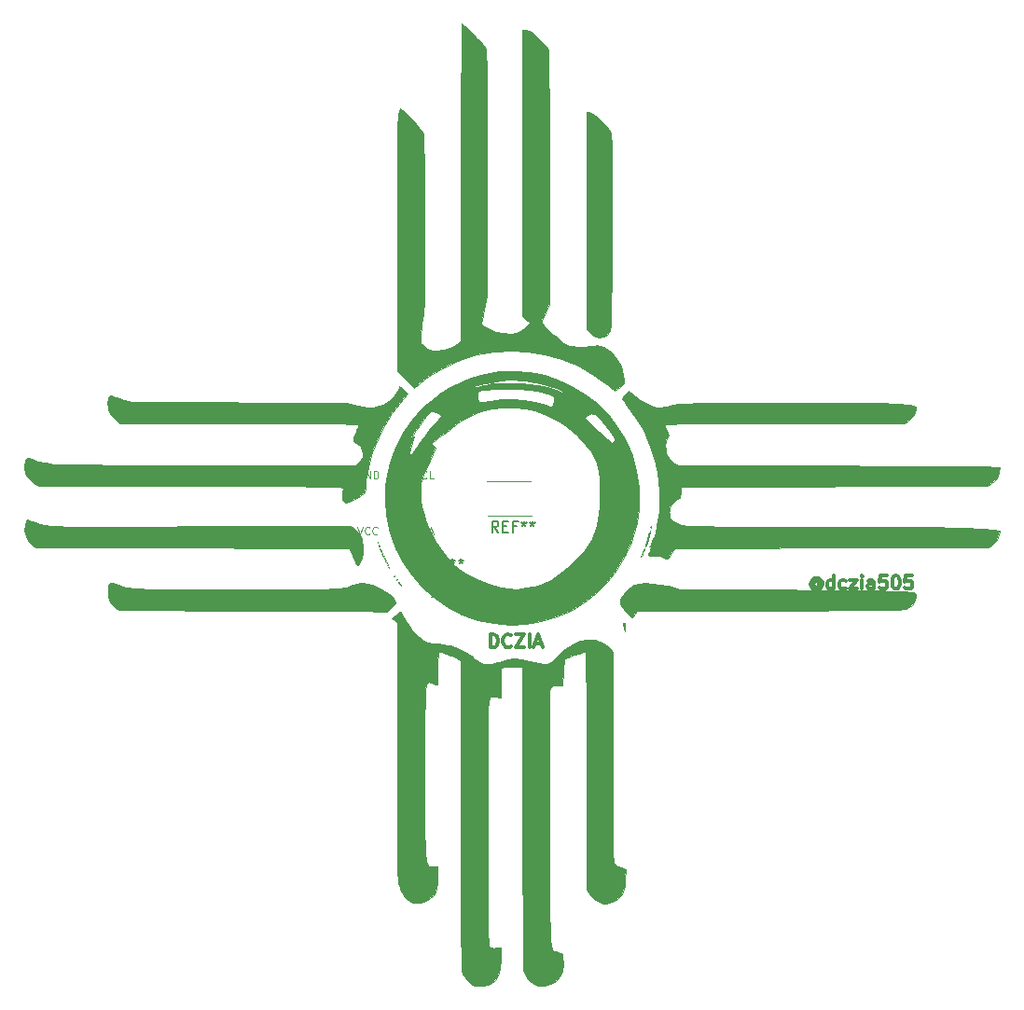
<source format=gto>
G04 #@! TF.FileFunction,Legend,Top*
%FSLAX46Y46*%
G04 Gerber Fmt 4.6, Leading zero omitted, Abs format (unit mm)*
G04 Created by KiCad (PCBNEW 4.0.7) date Monday, July 16, 2018 'PMt' 08:39:25 PM*
%MOMM*%
%LPD*%
G01*
G04 APERTURE LIST*
%ADD10C,0.100000*%
%ADD11C,0.300000*%
%ADD12C,0.120000*%
%ADD13C,0.010000*%
%ADD14C,0.150000*%
G04 APERTURE END LIST*
D10*
D11*
X256470629Y-122653429D02*
X256413487Y-122596286D01*
X256299201Y-122539143D01*
X256184915Y-122539143D01*
X256070629Y-122596286D01*
X256013487Y-122653429D01*
X255956344Y-122767714D01*
X255956344Y-122882000D01*
X256013487Y-122996286D01*
X256070629Y-123053429D01*
X256184915Y-123110571D01*
X256299201Y-123110571D01*
X256413487Y-123053429D01*
X256470629Y-122996286D01*
X256470629Y-122539143D02*
X256470629Y-122996286D01*
X256527772Y-123053429D01*
X256584915Y-123053429D01*
X256699201Y-122996286D01*
X256756344Y-122882000D01*
X256756344Y-122596286D01*
X256642058Y-122424857D01*
X256470629Y-122310571D01*
X256242058Y-122253429D01*
X256013487Y-122310571D01*
X255842058Y-122424857D01*
X255727772Y-122596286D01*
X255670629Y-122824857D01*
X255727772Y-123053429D01*
X255842058Y-123224857D01*
X256013487Y-123339143D01*
X256242058Y-123396286D01*
X256470629Y-123339143D01*
X256642058Y-123224857D01*
X257784915Y-123224857D02*
X257784915Y-122024857D01*
X257784915Y-123167714D02*
X257670629Y-123224857D01*
X257442058Y-123224857D01*
X257327772Y-123167714D01*
X257270629Y-123110571D01*
X257213486Y-122996286D01*
X257213486Y-122653429D01*
X257270629Y-122539143D01*
X257327772Y-122482000D01*
X257442058Y-122424857D01*
X257670629Y-122424857D01*
X257784915Y-122482000D01*
X258870629Y-123167714D02*
X258756343Y-123224857D01*
X258527772Y-123224857D01*
X258413486Y-123167714D01*
X258356343Y-123110571D01*
X258299200Y-122996286D01*
X258299200Y-122653429D01*
X258356343Y-122539143D01*
X258413486Y-122482000D01*
X258527772Y-122424857D01*
X258756343Y-122424857D01*
X258870629Y-122482000D01*
X259270629Y-122424857D02*
X259899200Y-122424857D01*
X259270629Y-123224857D01*
X259899200Y-123224857D01*
X260356343Y-123224857D02*
X260356343Y-122424857D01*
X260356343Y-122024857D02*
X260299200Y-122082000D01*
X260356343Y-122139143D01*
X260413486Y-122082000D01*
X260356343Y-122024857D01*
X260356343Y-122139143D01*
X261442058Y-123224857D02*
X261442058Y-122596286D01*
X261384915Y-122482000D01*
X261270629Y-122424857D01*
X261042058Y-122424857D01*
X260927772Y-122482000D01*
X261442058Y-123167714D02*
X261327772Y-123224857D01*
X261042058Y-123224857D01*
X260927772Y-123167714D01*
X260870629Y-123053429D01*
X260870629Y-122939143D01*
X260927772Y-122824857D01*
X261042058Y-122767714D01*
X261327772Y-122767714D01*
X261442058Y-122710571D01*
X262584915Y-122024857D02*
X262013486Y-122024857D01*
X261956343Y-122596286D01*
X262013486Y-122539143D01*
X262127772Y-122482000D01*
X262413486Y-122482000D01*
X262527772Y-122539143D01*
X262584915Y-122596286D01*
X262642058Y-122710571D01*
X262642058Y-122996286D01*
X262584915Y-123110571D01*
X262527772Y-123167714D01*
X262413486Y-123224857D01*
X262127772Y-123224857D01*
X262013486Y-123167714D01*
X261956343Y-123110571D01*
X263384915Y-122024857D02*
X263499200Y-122024857D01*
X263613486Y-122082000D01*
X263670629Y-122139143D01*
X263727772Y-122253429D01*
X263784915Y-122482000D01*
X263784915Y-122767714D01*
X263727772Y-122996286D01*
X263670629Y-123110571D01*
X263613486Y-123167714D01*
X263499200Y-123224857D01*
X263384915Y-123224857D01*
X263270629Y-123167714D01*
X263213486Y-123110571D01*
X263156343Y-122996286D01*
X263099200Y-122767714D01*
X263099200Y-122482000D01*
X263156343Y-122253429D01*
X263213486Y-122139143D01*
X263270629Y-122082000D01*
X263384915Y-122024857D01*
X264870629Y-122024857D02*
X264299200Y-122024857D01*
X264242057Y-122596286D01*
X264299200Y-122539143D01*
X264413486Y-122482000D01*
X264699200Y-122482000D01*
X264813486Y-122539143D01*
X264870629Y-122596286D01*
X264927772Y-122710571D01*
X264927772Y-122996286D01*
X264870629Y-123110571D01*
X264813486Y-123167714D01*
X264699200Y-123224857D01*
X264413486Y-123224857D01*
X264299200Y-123167714D01*
X264242057Y-123110571D01*
X226631786Y-128558857D02*
X226631786Y-127358857D01*
X226917501Y-127358857D01*
X227088929Y-127416000D01*
X227203215Y-127530286D01*
X227260358Y-127644571D01*
X227317501Y-127873143D01*
X227317501Y-128044571D01*
X227260358Y-128273143D01*
X227203215Y-128387429D01*
X227088929Y-128501714D01*
X226917501Y-128558857D01*
X226631786Y-128558857D01*
X228517501Y-128444571D02*
X228460358Y-128501714D01*
X228288929Y-128558857D01*
X228174643Y-128558857D01*
X228003215Y-128501714D01*
X227888929Y-128387429D01*
X227831786Y-128273143D01*
X227774643Y-128044571D01*
X227774643Y-127873143D01*
X227831786Y-127644571D01*
X227888929Y-127530286D01*
X228003215Y-127416000D01*
X228174643Y-127358857D01*
X228288929Y-127358857D01*
X228460358Y-127416000D01*
X228517501Y-127473143D01*
X228917501Y-127358857D02*
X229717501Y-127358857D01*
X228917501Y-128558857D01*
X229717501Y-128558857D01*
X230174643Y-128558857D02*
X230174643Y-127358857D01*
X230688929Y-128216000D02*
X231260358Y-128216000D01*
X230574644Y-128558857D02*
X230974644Y-127358857D01*
X231374644Y-128558857D01*
D12*
X230304000Y-113436600D02*
X226304000Y-113436600D01*
X230354000Y-116636600D02*
X226354000Y-116636600D01*
D13*
G36*
X218541211Y-125342371D02*
X218555500Y-125401320D01*
X218614929Y-125577615D01*
X218774044Y-125865937D01*
X219004086Y-126225007D01*
X219276295Y-126613550D01*
X219561912Y-126990288D01*
X219832179Y-127313944D01*
X220030710Y-127518641D01*
X220478499Y-127874221D01*
X220918898Y-128089925D01*
X221423902Y-128192884D01*
X221871590Y-128212442D01*
X222297728Y-128245768D01*
X222774678Y-128330540D01*
X223039011Y-128400155D01*
X223391182Y-128529417D01*
X223797736Y-128708285D01*
X224210883Y-128911943D01*
X224582830Y-129115575D01*
X224865786Y-129294363D01*
X225011961Y-129423491D01*
X225013047Y-129425212D01*
X225130232Y-129536254D01*
X225359102Y-129705074D01*
X225537022Y-129822777D01*
X225925304Y-130021238D01*
X226310150Y-130100719D01*
X226743314Y-130062187D01*
X227276553Y-129906606D01*
X227409924Y-129857712D01*
X228147553Y-129629624D01*
X228814821Y-129542854D01*
X229480544Y-129595088D01*
X230155500Y-129765408D01*
X230604093Y-129896230D01*
X231040690Y-130004990D01*
X231387347Y-130072736D01*
X231455912Y-130081590D01*
X231653034Y-130097751D01*
X231809788Y-130082845D01*
X231963659Y-130014337D01*
X232152133Y-129869693D01*
X232412695Y-129626375D01*
X232726064Y-129318007D01*
X233438230Y-128688008D01*
X234124857Y-128239294D01*
X234809222Y-127959198D01*
X235440300Y-127841006D01*
X235809616Y-127825075D01*
X236117803Y-127867532D01*
X236460662Y-127986284D01*
X236644432Y-128066081D01*
X237048665Y-128282643D01*
X237363519Y-128518626D01*
X237478752Y-128645655D01*
X237693437Y-128947152D01*
X237699468Y-138422567D01*
X237700527Y-140010659D01*
X237701736Y-141410968D01*
X237703365Y-142635711D01*
X237705685Y-143697104D01*
X237708965Y-144607365D01*
X237713475Y-145378711D01*
X237719486Y-146023358D01*
X237727267Y-146553524D01*
X237737088Y-146981425D01*
X237749219Y-147319279D01*
X237763930Y-147579301D01*
X237781491Y-147773710D01*
X237802172Y-147914722D01*
X237826243Y-148014554D01*
X237853973Y-148085423D01*
X237885634Y-148139545D01*
X237915082Y-148180491D01*
X238193060Y-148424526D01*
X238503471Y-148558907D01*
X238882278Y-148654814D01*
X238829109Y-149619718D01*
X238792791Y-150115913D01*
X238740680Y-150466580D01*
X238660982Y-150726152D01*
X238541906Y-150949061D01*
X238540720Y-150950910D01*
X238253155Y-151269502D01*
X237861109Y-151538622D01*
X237430914Y-151724330D01*
X237028907Y-151792687D01*
X236913175Y-151783616D01*
X236488882Y-151638848D01*
X236053626Y-151366954D01*
X235684816Y-151020226D01*
X235580829Y-150883635D01*
X235356159Y-150551586D01*
X235352000Y-139785828D01*
X235350493Y-137884387D01*
X235347491Y-136178815D01*
X235342950Y-134664987D01*
X235336830Y-133338776D01*
X235329088Y-132196056D01*
X235319682Y-131232703D01*
X235308569Y-130444590D01*
X235295708Y-129827591D01*
X235281056Y-129377580D01*
X235264572Y-129090433D01*
X235246213Y-128962023D01*
X235241368Y-128954266D01*
X235094808Y-128952892D01*
X234838736Y-129022247D01*
X234670198Y-129087385D01*
X234279925Y-129242437D01*
X233869136Y-129388267D01*
X233755500Y-129424654D01*
X233305500Y-129563000D01*
X233243655Y-130713000D01*
X233217986Y-131179299D01*
X233195076Y-131575384D01*
X233177580Y-131856598D01*
X233168655Y-131974572D01*
X233071096Y-132039014D01*
X232798912Y-132020521D01*
X232750186Y-132012028D01*
X232385758Y-131999364D01*
X232147307Y-132131299D01*
X232008046Y-132423345D01*
X232002578Y-132444992D01*
X231995855Y-132571842D01*
X231989860Y-132885861D01*
X231984620Y-133374223D01*
X231980162Y-134024097D01*
X231976514Y-134822656D01*
X231973704Y-135757072D01*
X231971760Y-136814515D01*
X231970709Y-137982156D01*
X231970578Y-139247169D01*
X231971396Y-140596723D01*
X231973190Y-142017991D01*
X231975988Y-143498144D01*
X231977427Y-144117429D01*
X231981521Y-145912236D01*
X231984962Y-147517693D01*
X231988410Y-148944444D01*
X231992526Y-150203135D01*
X231997968Y-151304411D01*
X232005398Y-152258916D01*
X232015475Y-153077296D01*
X232028859Y-153770196D01*
X232046209Y-154348261D01*
X232068186Y-154822136D01*
X232095448Y-155202466D01*
X232128657Y-155499897D01*
X232168473Y-155725072D01*
X232215553Y-155888639D01*
X232270560Y-156001241D01*
X232334152Y-156073523D01*
X232406990Y-156116132D01*
X232489733Y-156139711D01*
X232583041Y-156154906D01*
X232687574Y-156172362D01*
X232725179Y-156180559D01*
X232991472Y-156273313D01*
X233124223Y-156422161D01*
X233168322Y-156566669D01*
X233237563Y-157254269D01*
X233150039Y-157879323D01*
X232920019Y-158418023D01*
X232561771Y-158846555D01*
X232089565Y-159141111D01*
X231545032Y-159275478D01*
X230956704Y-159244394D01*
X230456217Y-159034112D01*
X230049547Y-158647914D01*
X229862963Y-158352128D01*
X229605500Y-157863000D01*
X229555500Y-144073130D01*
X229505500Y-130283261D01*
X228610154Y-130304803D01*
X228202941Y-130319585D01*
X227873114Y-130340850D01*
X227670873Y-130364954D01*
X227635154Y-130375574D01*
X227605848Y-130488334D01*
X227581397Y-130762729D01*
X227563995Y-131160413D01*
X227555838Y-131643038D01*
X227555500Y-131766988D01*
X227555500Y-133109173D01*
X227106893Y-133047685D01*
X226990781Y-133025786D01*
X226887201Y-133000797D01*
X226795444Y-132983366D01*
X226714799Y-132984138D01*
X226644559Y-133013758D01*
X226584013Y-133082873D01*
X226532452Y-133202129D01*
X226489166Y-133382172D01*
X226453445Y-133633646D01*
X226424581Y-133967200D01*
X226401864Y-134393477D01*
X226384585Y-134923125D01*
X226372033Y-135566789D01*
X226363499Y-136335115D01*
X226358275Y-137238749D01*
X226355649Y-138288337D01*
X226354914Y-139494525D01*
X226355359Y-140867958D01*
X226356275Y-142419283D01*
X226356952Y-144159146D01*
X226356974Y-144300244D01*
X226357624Y-146090592D01*
X226359146Y-147690711D01*
X226361652Y-149110372D01*
X226365257Y-150359343D01*
X226370073Y-151447396D01*
X226376212Y-152384299D01*
X226383788Y-153179822D01*
X226392913Y-153843736D01*
X226403701Y-154385810D01*
X226416265Y-154815814D01*
X226430717Y-155143518D01*
X226447171Y-155378692D01*
X226465739Y-155531105D01*
X226486534Y-155610528D01*
X226487758Y-155613000D01*
X226591474Y-155764800D01*
X226738850Y-155832881D01*
X226997564Y-155842031D01*
X227100261Y-155837350D01*
X227583453Y-155811701D01*
X227532532Y-156937350D01*
X227482268Y-157601796D01*
X227390358Y-158104388D01*
X227242328Y-158481417D01*
X227023704Y-158769176D01*
X226720011Y-159003956D01*
X226704421Y-159013666D01*
X226361597Y-159157674D01*
X225927433Y-159251700D01*
X225496844Y-159281043D01*
X225208713Y-159245335D01*
X224875623Y-159079565D01*
X224529470Y-158794705D01*
X224240561Y-158453464D01*
X224148914Y-158300092D01*
X224122038Y-158243117D01*
X224097772Y-158176196D01*
X224075984Y-158089344D01*
X224056541Y-157972578D01*
X224039308Y-157815912D01*
X224024154Y-157609363D01*
X224010944Y-157342947D01*
X223999545Y-157006681D01*
X223989824Y-156590579D01*
X223981647Y-156084658D01*
X223974882Y-155478934D01*
X223969394Y-154763423D01*
X223965051Y-153928141D01*
X223961719Y-152963104D01*
X223959266Y-151858327D01*
X223957557Y-150603828D01*
X223956459Y-149189621D01*
X223955839Y-147605722D01*
X223955563Y-145842149D01*
X223955500Y-143888916D01*
X223955500Y-129710060D01*
X223630500Y-129511903D01*
X223369190Y-129380291D01*
X223150393Y-129314937D01*
X223125669Y-129313373D01*
X222928639Y-129271093D01*
X222646258Y-129165246D01*
X222531886Y-129112999D01*
X222280396Y-128993796D01*
X222100495Y-128932997D01*
X221980201Y-128953629D01*
X221907533Y-129078718D01*
X221870512Y-129331292D01*
X221857155Y-129734376D01*
X221855483Y-130310998D01*
X221855500Y-130413000D01*
X221851517Y-130935005D01*
X221840542Y-131378003D01*
X221824037Y-131707427D01*
X221803461Y-131888711D01*
X221792101Y-131913000D01*
X221664497Y-131886637D01*
X221422437Y-131820740D01*
X221329988Y-131793541D01*
X221209405Y-131754308D01*
X221104078Y-131721867D01*
X221012979Y-131708559D01*
X220935080Y-131726726D01*
X220869351Y-131788710D01*
X220814763Y-131906851D01*
X220770289Y-132093492D01*
X220734898Y-132360973D01*
X220707564Y-132721636D01*
X220687256Y-133187822D01*
X220672946Y-133771873D01*
X220663606Y-134486129D01*
X220658207Y-135342934D01*
X220655719Y-136354626D01*
X220655115Y-137533550D01*
X220655366Y-138892044D01*
X220655500Y-139885324D01*
X220655155Y-141394474D01*
X220654964Y-142715972D01*
X220656194Y-143862165D01*
X220660111Y-144845398D01*
X220667981Y-145678017D01*
X220681072Y-146372367D01*
X220700649Y-146940796D01*
X220727978Y-147395647D01*
X220764326Y-147749268D01*
X220810960Y-148014003D01*
X220869146Y-148202198D01*
X220940150Y-148326200D01*
X221025238Y-148398353D01*
X221125677Y-148431004D01*
X221242734Y-148436499D01*
X221377675Y-148427182D01*
X221530500Y-148415469D01*
X221855500Y-148397676D01*
X221854942Y-149230338D01*
X221831127Y-149883953D01*
X221752053Y-150385702D01*
X221604776Y-150779190D01*
X221376356Y-151108021D01*
X221261799Y-151228830D01*
X220780848Y-151590281D01*
X220270955Y-151766014D01*
X219752390Y-151749812D01*
X219649850Y-151723122D01*
X219240631Y-151523733D01*
X218860628Y-151205968D01*
X218562462Y-150825247D01*
X218398756Y-150436994D01*
X218391471Y-150397804D01*
X218331951Y-150136593D01*
X218261741Y-149973155D01*
X218244681Y-149956313D01*
X218233771Y-149851546D01*
X218223213Y-149559174D01*
X218213101Y-149091592D01*
X218203524Y-148461193D01*
X218194577Y-147680374D01*
X218186350Y-146761529D01*
X218178935Y-145717052D01*
X218172425Y-144559339D01*
X218166911Y-143300784D01*
X218162486Y-141953781D01*
X218159240Y-140530726D01*
X218157267Y-139044013D01*
X218156724Y-138098674D01*
X218153315Y-126293289D01*
X217929407Y-126110977D01*
X217705500Y-125928664D01*
X217999209Y-125620832D01*
X218235043Y-125414154D01*
X218428440Y-125316311D01*
X218541211Y-125342371D01*
X218541211Y-125342371D01*
G37*
X218541211Y-125342371D02*
X218555500Y-125401320D01*
X218614929Y-125577615D01*
X218774044Y-125865937D01*
X219004086Y-126225007D01*
X219276295Y-126613550D01*
X219561912Y-126990288D01*
X219832179Y-127313944D01*
X220030710Y-127518641D01*
X220478499Y-127874221D01*
X220918898Y-128089925D01*
X221423902Y-128192884D01*
X221871590Y-128212442D01*
X222297728Y-128245768D01*
X222774678Y-128330540D01*
X223039011Y-128400155D01*
X223391182Y-128529417D01*
X223797736Y-128708285D01*
X224210883Y-128911943D01*
X224582830Y-129115575D01*
X224865786Y-129294363D01*
X225011961Y-129423491D01*
X225013047Y-129425212D01*
X225130232Y-129536254D01*
X225359102Y-129705074D01*
X225537022Y-129822777D01*
X225925304Y-130021238D01*
X226310150Y-130100719D01*
X226743314Y-130062187D01*
X227276553Y-129906606D01*
X227409924Y-129857712D01*
X228147553Y-129629624D01*
X228814821Y-129542854D01*
X229480544Y-129595088D01*
X230155500Y-129765408D01*
X230604093Y-129896230D01*
X231040690Y-130004990D01*
X231387347Y-130072736D01*
X231455912Y-130081590D01*
X231653034Y-130097751D01*
X231809788Y-130082845D01*
X231963659Y-130014337D01*
X232152133Y-129869693D01*
X232412695Y-129626375D01*
X232726064Y-129318007D01*
X233438230Y-128688008D01*
X234124857Y-128239294D01*
X234809222Y-127959198D01*
X235440300Y-127841006D01*
X235809616Y-127825075D01*
X236117803Y-127867532D01*
X236460662Y-127986284D01*
X236644432Y-128066081D01*
X237048665Y-128282643D01*
X237363519Y-128518626D01*
X237478752Y-128645655D01*
X237693437Y-128947152D01*
X237699468Y-138422567D01*
X237700527Y-140010659D01*
X237701736Y-141410968D01*
X237703365Y-142635711D01*
X237705685Y-143697104D01*
X237708965Y-144607365D01*
X237713475Y-145378711D01*
X237719486Y-146023358D01*
X237727267Y-146553524D01*
X237737088Y-146981425D01*
X237749219Y-147319279D01*
X237763930Y-147579301D01*
X237781491Y-147773710D01*
X237802172Y-147914722D01*
X237826243Y-148014554D01*
X237853973Y-148085423D01*
X237885634Y-148139545D01*
X237915082Y-148180491D01*
X238193060Y-148424526D01*
X238503471Y-148558907D01*
X238882278Y-148654814D01*
X238829109Y-149619718D01*
X238792791Y-150115913D01*
X238740680Y-150466580D01*
X238660982Y-150726152D01*
X238541906Y-150949061D01*
X238540720Y-150950910D01*
X238253155Y-151269502D01*
X237861109Y-151538622D01*
X237430914Y-151724330D01*
X237028907Y-151792687D01*
X236913175Y-151783616D01*
X236488882Y-151638848D01*
X236053626Y-151366954D01*
X235684816Y-151020226D01*
X235580829Y-150883635D01*
X235356159Y-150551586D01*
X235352000Y-139785828D01*
X235350493Y-137884387D01*
X235347491Y-136178815D01*
X235342950Y-134664987D01*
X235336830Y-133338776D01*
X235329088Y-132196056D01*
X235319682Y-131232703D01*
X235308569Y-130444590D01*
X235295708Y-129827591D01*
X235281056Y-129377580D01*
X235264572Y-129090433D01*
X235246213Y-128962023D01*
X235241368Y-128954266D01*
X235094808Y-128952892D01*
X234838736Y-129022247D01*
X234670198Y-129087385D01*
X234279925Y-129242437D01*
X233869136Y-129388267D01*
X233755500Y-129424654D01*
X233305500Y-129563000D01*
X233243655Y-130713000D01*
X233217986Y-131179299D01*
X233195076Y-131575384D01*
X233177580Y-131856598D01*
X233168655Y-131974572D01*
X233071096Y-132039014D01*
X232798912Y-132020521D01*
X232750186Y-132012028D01*
X232385758Y-131999364D01*
X232147307Y-132131299D01*
X232008046Y-132423345D01*
X232002578Y-132444992D01*
X231995855Y-132571842D01*
X231989860Y-132885861D01*
X231984620Y-133374223D01*
X231980162Y-134024097D01*
X231976514Y-134822656D01*
X231973704Y-135757072D01*
X231971760Y-136814515D01*
X231970709Y-137982156D01*
X231970578Y-139247169D01*
X231971396Y-140596723D01*
X231973190Y-142017991D01*
X231975988Y-143498144D01*
X231977427Y-144117429D01*
X231981521Y-145912236D01*
X231984962Y-147517693D01*
X231988410Y-148944444D01*
X231992526Y-150203135D01*
X231997968Y-151304411D01*
X232005398Y-152258916D01*
X232015475Y-153077296D01*
X232028859Y-153770196D01*
X232046209Y-154348261D01*
X232068186Y-154822136D01*
X232095448Y-155202466D01*
X232128657Y-155499897D01*
X232168473Y-155725072D01*
X232215553Y-155888639D01*
X232270560Y-156001241D01*
X232334152Y-156073523D01*
X232406990Y-156116132D01*
X232489733Y-156139711D01*
X232583041Y-156154906D01*
X232687574Y-156172362D01*
X232725179Y-156180559D01*
X232991472Y-156273313D01*
X233124223Y-156422161D01*
X233168322Y-156566669D01*
X233237563Y-157254269D01*
X233150039Y-157879323D01*
X232920019Y-158418023D01*
X232561771Y-158846555D01*
X232089565Y-159141111D01*
X231545032Y-159275478D01*
X230956704Y-159244394D01*
X230456217Y-159034112D01*
X230049547Y-158647914D01*
X229862963Y-158352128D01*
X229605500Y-157863000D01*
X229555500Y-144073130D01*
X229505500Y-130283261D01*
X228610154Y-130304803D01*
X228202941Y-130319585D01*
X227873114Y-130340850D01*
X227670873Y-130364954D01*
X227635154Y-130375574D01*
X227605848Y-130488334D01*
X227581397Y-130762729D01*
X227563995Y-131160413D01*
X227555838Y-131643038D01*
X227555500Y-131766988D01*
X227555500Y-133109173D01*
X227106893Y-133047685D01*
X226990781Y-133025786D01*
X226887201Y-133000797D01*
X226795444Y-132983366D01*
X226714799Y-132984138D01*
X226644559Y-133013758D01*
X226584013Y-133082873D01*
X226532452Y-133202129D01*
X226489166Y-133382172D01*
X226453445Y-133633646D01*
X226424581Y-133967200D01*
X226401864Y-134393477D01*
X226384585Y-134923125D01*
X226372033Y-135566789D01*
X226363499Y-136335115D01*
X226358275Y-137238749D01*
X226355649Y-138288337D01*
X226354914Y-139494525D01*
X226355359Y-140867958D01*
X226356275Y-142419283D01*
X226356952Y-144159146D01*
X226356974Y-144300244D01*
X226357624Y-146090592D01*
X226359146Y-147690711D01*
X226361652Y-149110372D01*
X226365257Y-150359343D01*
X226370073Y-151447396D01*
X226376212Y-152384299D01*
X226383788Y-153179822D01*
X226392913Y-153843736D01*
X226403701Y-154385810D01*
X226416265Y-154815814D01*
X226430717Y-155143518D01*
X226447171Y-155378692D01*
X226465739Y-155531105D01*
X226486534Y-155610528D01*
X226487758Y-155613000D01*
X226591474Y-155764800D01*
X226738850Y-155832881D01*
X226997564Y-155842031D01*
X227100261Y-155837350D01*
X227583453Y-155811701D01*
X227532532Y-156937350D01*
X227482268Y-157601796D01*
X227390358Y-158104388D01*
X227242328Y-158481417D01*
X227023704Y-158769176D01*
X226720011Y-159003956D01*
X226704421Y-159013666D01*
X226361597Y-159157674D01*
X225927433Y-159251700D01*
X225496844Y-159281043D01*
X225208713Y-159245335D01*
X224875623Y-159079565D01*
X224529470Y-158794705D01*
X224240561Y-158453464D01*
X224148914Y-158300092D01*
X224122038Y-158243117D01*
X224097772Y-158176196D01*
X224075984Y-158089344D01*
X224056541Y-157972578D01*
X224039308Y-157815912D01*
X224024154Y-157609363D01*
X224010944Y-157342947D01*
X223999545Y-157006681D01*
X223989824Y-156590579D01*
X223981647Y-156084658D01*
X223974882Y-155478934D01*
X223969394Y-154763423D01*
X223965051Y-153928141D01*
X223961719Y-152963104D01*
X223959266Y-151858327D01*
X223957557Y-150603828D01*
X223956459Y-149189621D01*
X223955839Y-147605722D01*
X223955563Y-145842149D01*
X223955500Y-143888916D01*
X223955500Y-129710060D01*
X223630500Y-129511903D01*
X223369190Y-129380291D01*
X223150393Y-129314937D01*
X223125669Y-129313373D01*
X222928639Y-129271093D01*
X222646258Y-129165246D01*
X222531886Y-129112999D01*
X222280396Y-128993796D01*
X222100495Y-128932997D01*
X221980201Y-128953629D01*
X221907533Y-129078718D01*
X221870512Y-129331292D01*
X221857155Y-129734376D01*
X221855483Y-130310998D01*
X221855500Y-130413000D01*
X221851517Y-130935005D01*
X221840542Y-131378003D01*
X221824037Y-131707427D01*
X221803461Y-131888711D01*
X221792101Y-131913000D01*
X221664497Y-131886637D01*
X221422437Y-131820740D01*
X221329988Y-131793541D01*
X221209405Y-131754308D01*
X221104078Y-131721867D01*
X221012979Y-131708559D01*
X220935080Y-131726726D01*
X220869351Y-131788710D01*
X220814763Y-131906851D01*
X220770289Y-132093492D01*
X220734898Y-132360973D01*
X220707564Y-132721636D01*
X220687256Y-133187822D01*
X220672946Y-133771873D01*
X220663606Y-134486129D01*
X220658207Y-135342934D01*
X220655719Y-136354626D01*
X220655115Y-137533550D01*
X220655366Y-138892044D01*
X220655500Y-139885324D01*
X220655155Y-141394474D01*
X220654964Y-142715972D01*
X220656194Y-143862165D01*
X220660111Y-144845398D01*
X220667981Y-145678017D01*
X220681072Y-146372367D01*
X220700649Y-146940796D01*
X220727978Y-147395647D01*
X220764326Y-147749268D01*
X220810960Y-148014003D01*
X220869146Y-148202198D01*
X220940150Y-148326200D01*
X221025238Y-148398353D01*
X221125677Y-148431004D01*
X221242734Y-148436499D01*
X221377675Y-148427182D01*
X221530500Y-148415469D01*
X221855500Y-148397676D01*
X221854942Y-149230338D01*
X221831127Y-149883953D01*
X221752053Y-150385702D01*
X221604776Y-150779190D01*
X221376356Y-151108021D01*
X221261799Y-151228830D01*
X220780848Y-151590281D01*
X220270955Y-151766014D01*
X219752390Y-151749812D01*
X219649850Y-151723122D01*
X219240631Y-151523733D01*
X218860628Y-151205968D01*
X218562462Y-150825247D01*
X218398756Y-150436994D01*
X218391471Y-150397804D01*
X218331951Y-150136593D01*
X218261741Y-149973155D01*
X218244681Y-149956313D01*
X218233771Y-149851546D01*
X218223213Y-149559174D01*
X218213101Y-149091592D01*
X218203524Y-148461193D01*
X218194577Y-147680374D01*
X218186350Y-146761529D01*
X218178935Y-145717052D01*
X218172425Y-144559339D01*
X218166911Y-143300784D01*
X218162486Y-141953781D01*
X218159240Y-140530726D01*
X218157267Y-139044013D01*
X218156724Y-138098674D01*
X218153315Y-126293289D01*
X217929407Y-126110977D01*
X217705500Y-125928664D01*
X217999209Y-125620832D01*
X218235043Y-125414154D01*
X218428440Y-125316311D01*
X218541211Y-125342371D01*
G36*
X238841159Y-126468275D02*
X238837473Y-126728386D01*
X238805342Y-127063000D01*
X238729726Y-126722027D01*
X238692252Y-126481033D01*
X238699670Y-126338035D01*
X238704805Y-126330361D01*
X238794084Y-126316930D01*
X238841159Y-126468275D01*
X238841159Y-126468275D01*
G37*
X238841159Y-126468275D02*
X238837473Y-126728386D01*
X238805342Y-127063000D01*
X238729726Y-126722027D01*
X238692252Y-126481033D01*
X238699670Y-126338035D01*
X238704805Y-126330361D01*
X238794084Y-126316930D01*
X238841159Y-126468275D01*
G36*
X230238084Y-103574486D02*
X231580275Y-103836281D01*
X232474891Y-104114142D01*
X233868225Y-104723215D01*
X235146267Y-105484551D01*
X236299854Y-106384610D01*
X237319820Y-107409851D01*
X238197004Y-108546733D01*
X238922241Y-109781716D01*
X239486368Y-111101258D01*
X239880221Y-112491819D01*
X240094636Y-113939858D01*
X240121327Y-115413000D01*
X240080721Y-115999251D01*
X240015371Y-116612956D01*
X239935097Y-117172375D01*
X239868231Y-117519377D01*
X239444776Y-118942289D01*
X238854446Y-120273243D01*
X238111585Y-121502454D01*
X237230539Y-122620140D01*
X236225654Y-123616514D01*
X235111275Y-124481792D01*
X233901749Y-125206191D01*
X232611422Y-125779926D01*
X231254638Y-126193213D01*
X229845744Y-126436266D01*
X228399086Y-126499303D01*
X226929008Y-126372537D01*
X226895377Y-126367364D01*
X225431676Y-126043079D01*
X224042042Y-125543251D01*
X222739970Y-124880133D01*
X221538957Y-124065977D01*
X220452496Y-123113033D01*
X219494085Y-122033555D01*
X218677217Y-120839794D01*
X218015389Y-119544003D01*
X217522097Y-118158432D01*
X217417711Y-117763000D01*
X217166017Y-116470619D01*
X217066226Y-115237300D01*
X217103033Y-114301563D01*
X220264539Y-114301563D01*
X220280080Y-114716733D01*
X220282553Y-114758982D01*
X220329434Y-115271714D01*
X220414782Y-115762189D01*
X220553534Y-116299433D01*
X220751006Y-116923747D01*
X221052589Y-117761752D01*
X221359417Y-118461139D01*
X221704548Y-119081345D01*
X222121042Y-119681809D01*
X222639515Y-120319124D01*
X223338814Y-121054419D01*
X224069789Y-121653365D01*
X224875462Y-122142728D01*
X225798854Y-122549274D01*
X226705500Y-122848860D01*
X227601936Y-123086210D01*
X228335688Y-123226107D01*
X228902315Y-123267803D01*
X229105500Y-123253815D01*
X229321167Y-123224784D01*
X229639928Y-123181352D01*
X229805500Y-123158653D01*
X230642287Y-123000603D01*
X231401294Y-122757120D01*
X232120352Y-122408066D01*
X232837296Y-121933300D01*
X233589958Y-121312682D01*
X234017884Y-120916205D01*
X234656684Y-120285549D01*
X235158310Y-119735391D01*
X235546051Y-119226852D01*
X235843198Y-118721051D01*
X236073041Y-118179109D01*
X236258868Y-117562145D01*
X236402656Y-116935082D01*
X236471967Y-116467760D01*
X236522164Y-115859057D01*
X236552664Y-115163486D01*
X236562887Y-114435558D01*
X236552251Y-113729783D01*
X236520176Y-113100673D01*
X236466080Y-112602738D01*
X236449842Y-112509260D01*
X236187132Y-111640221D01*
X235744920Y-110781297D01*
X235143215Y-109956614D01*
X234402024Y-109190295D01*
X233541355Y-108506466D01*
X232705500Y-107994485D01*
X232144758Y-107700152D01*
X235205500Y-107700152D01*
X236405500Y-108851515D01*
X236808206Y-109234745D01*
X237161055Y-109564562D01*
X237438874Y-109817912D01*
X237616489Y-109971741D01*
X237668255Y-110007939D01*
X237776117Y-109945103D01*
X237855477Y-109863026D01*
X237906465Y-109749292D01*
X237875613Y-109588016D01*
X237749222Y-109333372D01*
X237642722Y-109151393D01*
X237396839Y-108789937D01*
X237079107Y-108389556D01*
X236730426Y-107995259D01*
X236391693Y-107652054D01*
X236103808Y-107404951D01*
X235986459Y-107328674D01*
X235812866Y-107271248D01*
X235647220Y-107329740D01*
X235486459Y-107456247D01*
X235205500Y-107700152D01*
X232144758Y-107700152D01*
X232044908Y-107647741D01*
X231509278Y-107386279D01*
X231052546Y-107191700D01*
X230628649Y-107045602D01*
X230191522Y-106929585D01*
X229860084Y-106857852D01*
X228863209Y-106735773D01*
X227815712Y-106751246D01*
X226756568Y-106894358D01*
X225724755Y-107155194D01*
X224759252Y-107523842D01*
X223899035Y-107990387D01*
X223183081Y-108544915D01*
X223166965Y-108560204D01*
X222887954Y-108818457D01*
X222662866Y-109012238D01*
X222530945Y-109108190D01*
X222516572Y-109113000D01*
X222396316Y-109167685D01*
X222174810Y-109307756D01*
X221901699Y-109497229D01*
X221626626Y-109700125D01*
X221399235Y-109880461D01*
X221269168Y-110002256D01*
X221255500Y-110027015D01*
X221328496Y-110133898D01*
X221472173Y-110253423D01*
X221688847Y-110405187D01*
X221125454Y-111605273D01*
X220816389Y-112273609D01*
X220587419Y-112802492D01*
X220428147Y-113230825D01*
X220328175Y-113597513D01*
X220277105Y-113941458D01*
X220264539Y-114301563D01*
X217103033Y-114301563D01*
X217115055Y-113995940D01*
X217199954Y-113312584D01*
X217523262Y-111812599D01*
X217877682Y-110809802D01*
X219260216Y-110809802D01*
X219290869Y-110981551D01*
X219420449Y-110989394D01*
X219516978Y-110936468D01*
X219612098Y-110829412D01*
X219792590Y-110589161D01*
X220033905Y-110249602D01*
X220311490Y-109844622D01*
X220356726Y-109777366D01*
X220688424Y-109303351D01*
X221041685Y-108832302D01*
X221372575Y-108421030D01*
X221620247Y-108143493D01*
X221875142Y-107874280D01*
X222063928Y-107659385D01*
X222152171Y-107538387D01*
X222154729Y-107529127D01*
X222071627Y-107430972D01*
X221870371Y-107299707D01*
X221620598Y-107171020D01*
X221391950Y-107080603D01*
X221254063Y-107064145D01*
X221250838Y-107065880D01*
X221200943Y-107106042D01*
X221123140Y-107188834D01*
X221001541Y-107334174D01*
X220820257Y-107561980D01*
X220563399Y-107892169D01*
X220215080Y-108344659D01*
X219832028Y-108844495D01*
X219573390Y-109197038D01*
X219414036Y-109445461D01*
X219360394Y-109575684D01*
X219418896Y-109573624D01*
X219545394Y-109472145D01*
X219637561Y-109399956D01*
X219667233Y-109423802D01*
X219631531Y-109571842D01*
X219527576Y-109872234D01*
X219495394Y-109961195D01*
X219328416Y-110470798D01*
X219260216Y-110809802D01*
X217877682Y-110809802D01*
X218023207Y-110398057D01*
X218690886Y-109079740D01*
X219517395Y-107868432D01*
X220493828Y-106774914D01*
X221611281Y-105809969D01*
X221923986Y-105603365D01*
X225417640Y-105603365D01*
X225477939Y-105877160D01*
X225483408Y-105897327D01*
X225564605Y-106162785D01*
X225652716Y-106279481D01*
X225804660Y-106292303D01*
X225953648Y-106268177D01*
X226625555Y-106152636D01*
X227162576Y-106076774D01*
X227624807Y-106035734D01*
X228072340Y-106024657D01*
X228565269Y-106038684D01*
X228705500Y-106045696D01*
X229695196Y-106131856D01*
X230601391Y-106276960D01*
X231376115Y-106472651D01*
X231605500Y-106550870D01*
X231942649Y-106664930D01*
X232141719Y-106695087D01*
X232246558Y-106640519D01*
X232291295Y-106538000D01*
X232392895Y-106148416D01*
X232422372Y-105901646D01*
X232369475Y-105750317D01*
X232223951Y-105647052D01*
X232085611Y-105587540D01*
X231490121Y-105382788D01*
X230855041Y-105233554D01*
X230140594Y-105134245D01*
X229306997Y-105079266D01*
X228355500Y-105063000D01*
X227492527Y-105070124D01*
X226809444Y-105092790D01*
X226286603Y-105132933D01*
X225904355Y-105192490D01*
X225643053Y-105273396D01*
X225523761Y-105342102D01*
X225431305Y-105447164D01*
X225417640Y-105603365D01*
X221923986Y-105603365D01*
X222860851Y-104984380D01*
X223017822Y-104907145D01*
X225101881Y-104907145D01*
X225212512Y-104917360D01*
X225464323Y-104878263D01*
X225806970Y-104798154D01*
X225876137Y-104779544D01*
X226178949Y-104705237D01*
X226491356Y-104651092D01*
X226852511Y-104614070D01*
X227301569Y-104591134D01*
X227877684Y-104579247D01*
X228505500Y-104575541D01*
X229440156Y-104586478D01*
X230220598Y-104627862D01*
X230891204Y-104706452D01*
X231496351Y-104829006D01*
X232080418Y-105002281D01*
X232607668Y-105200249D01*
X232888669Y-105313384D01*
X233080343Y-105389052D01*
X233130500Y-105407546D01*
X233155080Y-105337024D01*
X233155500Y-105320184D01*
X233069437Y-105238731D01*
X232846010Y-105121481D01*
X232594650Y-105017529D01*
X231163446Y-104576563D01*
X229739977Y-104325245D01*
X228338901Y-104265642D01*
X227600693Y-104313493D01*
X227124934Y-104374617D01*
X226627517Y-104458288D01*
X226145228Y-104555766D01*
X225714857Y-104658311D01*
X225373192Y-104757184D01*
X225157019Y-104843644D01*
X225101881Y-104907145D01*
X223017822Y-104907145D01*
X224233633Y-104308929D01*
X224824300Y-104079948D01*
X226097932Y-103720299D01*
X227453630Y-103516301D01*
X228848108Y-103467761D01*
X230238084Y-103574486D01*
X230238084Y-103574486D01*
G37*
X230238084Y-103574486D02*
X231580275Y-103836281D01*
X232474891Y-104114142D01*
X233868225Y-104723215D01*
X235146267Y-105484551D01*
X236299854Y-106384610D01*
X237319820Y-107409851D01*
X238197004Y-108546733D01*
X238922241Y-109781716D01*
X239486368Y-111101258D01*
X239880221Y-112491819D01*
X240094636Y-113939858D01*
X240121327Y-115413000D01*
X240080721Y-115999251D01*
X240015371Y-116612956D01*
X239935097Y-117172375D01*
X239868231Y-117519377D01*
X239444776Y-118942289D01*
X238854446Y-120273243D01*
X238111585Y-121502454D01*
X237230539Y-122620140D01*
X236225654Y-123616514D01*
X235111275Y-124481792D01*
X233901749Y-125206191D01*
X232611422Y-125779926D01*
X231254638Y-126193213D01*
X229845744Y-126436266D01*
X228399086Y-126499303D01*
X226929008Y-126372537D01*
X226895377Y-126367364D01*
X225431676Y-126043079D01*
X224042042Y-125543251D01*
X222739970Y-124880133D01*
X221538957Y-124065977D01*
X220452496Y-123113033D01*
X219494085Y-122033555D01*
X218677217Y-120839794D01*
X218015389Y-119544003D01*
X217522097Y-118158432D01*
X217417711Y-117763000D01*
X217166017Y-116470619D01*
X217066226Y-115237300D01*
X217103033Y-114301563D01*
X220264539Y-114301563D01*
X220280080Y-114716733D01*
X220282553Y-114758982D01*
X220329434Y-115271714D01*
X220414782Y-115762189D01*
X220553534Y-116299433D01*
X220751006Y-116923747D01*
X221052589Y-117761752D01*
X221359417Y-118461139D01*
X221704548Y-119081345D01*
X222121042Y-119681809D01*
X222639515Y-120319124D01*
X223338814Y-121054419D01*
X224069789Y-121653365D01*
X224875462Y-122142728D01*
X225798854Y-122549274D01*
X226705500Y-122848860D01*
X227601936Y-123086210D01*
X228335688Y-123226107D01*
X228902315Y-123267803D01*
X229105500Y-123253815D01*
X229321167Y-123224784D01*
X229639928Y-123181352D01*
X229805500Y-123158653D01*
X230642287Y-123000603D01*
X231401294Y-122757120D01*
X232120352Y-122408066D01*
X232837296Y-121933300D01*
X233589958Y-121312682D01*
X234017884Y-120916205D01*
X234656684Y-120285549D01*
X235158310Y-119735391D01*
X235546051Y-119226852D01*
X235843198Y-118721051D01*
X236073041Y-118179109D01*
X236258868Y-117562145D01*
X236402656Y-116935082D01*
X236471967Y-116467760D01*
X236522164Y-115859057D01*
X236552664Y-115163486D01*
X236562887Y-114435558D01*
X236552251Y-113729783D01*
X236520176Y-113100673D01*
X236466080Y-112602738D01*
X236449842Y-112509260D01*
X236187132Y-111640221D01*
X235744920Y-110781297D01*
X235143215Y-109956614D01*
X234402024Y-109190295D01*
X233541355Y-108506466D01*
X232705500Y-107994485D01*
X232144758Y-107700152D01*
X235205500Y-107700152D01*
X236405500Y-108851515D01*
X236808206Y-109234745D01*
X237161055Y-109564562D01*
X237438874Y-109817912D01*
X237616489Y-109971741D01*
X237668255Y-110007939D01*
X237776117Y-109945103D01*
X237855477Y-109863026D01*
X237906465Y-109749292D01*
X237875613Y-109588016D01*
X237749222Y-109333372D01*
X237642722Y-109151393D01*
X237396839Y-108789937D01*
X237079107Y-108389556D01*
X236730426Y-107995259D01*
X236391693Y-107652054D01*
X236103808Y-107404951D01*
X235986459Y-107328674D01*
X235812866Y-107271248D01*
X235647220Y-107329740D01*
X235486459Y-107456247D01*
X235205500Y-107700152D01*
X232144758Y-107700152D01*
X232044908Y-107647741D01*
X231509278Y-107386279D01*
X231052546Y-107191700D01*
X230628649Y-107045602D01*
X230191522Y-106929585D01*
X229860084Y-106857852D01*
X228863209Y-106735773D01*
X227815712Y-106751246D01*
X226756568Y-106894358D01*
X225724755Y-107155194D01*
X224759252Y-107523842D01*
X223899035Y-107990387D01*
X223183081Y-108544915D01*
X223166965Y-108560204D01*
X222887954Y-108818457D01*
X222662866Y-109012238D01*
X222530945Y-109108190D01*
X222516572Y-109113000D01*
X222396316Y-109167685D01*
X222174810Y-109307756D01*
X221901699Y-109497229D01*
X221626626Y-109700125D01*
X221399235Y-109880461D01*
X221269168Y-110002256D01*
X221255500Y-110027015D01*
X221328496Y-110133898D01*
X221472173Y-110253423D01*
X221688847Y-110405187D01*
X221125454Y-111605273D01*
X220816389Y-112273609D01*
X220587419Y-112802492D01*
X220428147Y-113230825D01*
X220328175Y-113597513D01*
X220277105Y-113941458D01*
X220264539Y-114301563D01*
X217103033Y-114301563D01*
X217115055Y-113995940D01*
X217199954Y-113312584D01*
X217523262Y-111812599D01*
X217877682Y-110809802D01*
X219260216Y-110809802D01*
X219290869Y-110981551D01*
X219420449Y-110989394D01*
X219516978Y-110936468D01*
X219612098Y-110829412D01*
X219792590Y-110589161D01*
X220033905Y-110249602D01*
X220311490Y-109844622D01*
X220356726Y-109777366D01*
X220688424Y-109303351D01*
X221041685Y-108832302D01*
X221372575Y-108421030D01*
X221620247Y-108143493D01*
X221875142Y-107874280D01*
X222063928Y-107659385D01*
X222152171Y-107538387D01*
X222154729Y-107529127D01*
X222071627Y-107430972D01*
X221870371Y-107299707D01*
X221620598Y-107171020D01*
X221391950Y-107080603D01*
X221254063Y-107064145D01*
X221250838Y-107065880D01*
X221200943Y-107106042D01*
X221123140Y-107188834D01*
X221001541Y-107334174D01*
X220820257Y-107561980D01*
X220563399Y-107892169D01*
X220215080Y-108344659D01*
X219832028Y-108844495D01*
X219573390Y-109197038D01*
X219414036Y-109445461D01*
X219360394Y-109575684D01*
X219418896Y-109573624D01*
X219545394Y-109472145D01*
X219637561Y-109399956D01*
X219667233Y-109423802D01*
X219631531Y-109571842D01*
X219527576Y-109872234D01*
X219495394Y-109961195D01*
X219328416Y-110470798D01*
X219260216Y-110809802D01*
X217877682Y-110809802D01*
X218023207Y-110398057D01*
X218690886Y-109079740D01*
X219517395Y-107868432D01*
X220493828Y-106774914D01*
X221611281Y-105809969D01*
X221923986Y-105603365D01*
X225417640Y-105603365D01*
X225477939Y-105877160D01*
X225483408Y-105897327D01*
X225564605Y-106162785D01*
X225652716Y-106279481D01*
X225804660Y-106292303D01*
X225953648Y-106268177D01*
X226625555Y-106152636D01*
X227162576Y-106076774D01*
X227624807Y-106035734D01*
X228072340Y-106024657D01*
X228565269Y-106038684D01*
X228705500Y-106045696D01*
X229695196Y-106131856D01*
X230601391Y-106276960D01*
X231376115Y-106472651D01*
X231605500Y-106550870D01*
X231942649Y-106664930D01*
X232141719Y-106695087D01*
X232246558Y-106640519D01*
X232291295Y-106538000D01*
X232392895Y-106148416D01*
X232422372Y-105901646D01*
X232369475Y-105750317D01*
X232223951Y-105647052D01*
X232085611Y-105587540D01*
X231490121Y-105382788D01*
X230855041Y-105233554D01*
X230140594Y-105134245D01*
X229306997Y-105079266D01*
X228355500Y-105063000D01*
X227492527Y-105070124D01*
X226809444Y-105092790D01*
X226286603Y-105132933D01*
X225904355Y-105192490D01*
X225643053Y-105273396D01*
X225523761Y-105342102D01*
X225431305Y-105447164D01*
X225417640Y-105603365D01*
X221923986Y-105603365D01*
X222860851Y-104984380D01*
X223017822Y-104907145D01*
X225101881Y-104907145D01*
X225212512Y-104917360D01*
X225464323Y-104878263D01*
X225806970Y-104798154D01*
X225876137Y-104779544D01*
X226178949Y-104705237D01*
X226491356Y-104651092D01*
X226852511Y-104614070D01*
X227301569Y-104591134D01*
X227877684Y-104579247D01*
X228505500Y-104575541D01*
X229440156Y-104586478D01*
X230220598Y-104627862D01*
X230891204Y-104706452D01*
X231496351Y-104829006D01*
X232080418Y-105002281D01*
X232607668Y-105200249D01*
X232888669Y-105313384D01*
X233080343Y-105389052D01*
X233130500Y-105407546D01*
X233155080Y-105337024D01*
X233155500Y-105320184D01*
X233069437Y-105238731D01*
X232846010Y-105121481D01*
X232594650Y-105017529D01*
X231163446Y-104576563D01*
X229739977Y-104325245D01*
X228338901Y-104265642D01*
X227600693Y-104313493D01*
X227124934Y-104374617D01*
X226627517Y-104458288D01*
X226145228Y-104555766D01*
X225714857Y-104658311D01*
X225373192Y-104757184D01*
X225157019Y-104843644D01*
X225101881Y-104907145D01*
X223017822Y-104907145D01*
X224233633Y-104308929D01*
X224824300Y-104079948D01*
X226097932Y-103720299D01*
X227453630Y-103516301D01*
X228848108Y-103467761D01*
X230238084Y-103574486D01*
G36*
X241367888Y-122741529D02*
X242066438Y-122826650D01*
X242746670Y-122967950D01*
X242805500Y-122983420D01*
X243805500Y-123251474D01*
X253755500Y-123326625D01*
X255161499Y-123337792D01*
X256519267Y-123349639D01*
X257814374Y-123361983D01*
X259032393Y-123374638D01*
X260158896Y-123387420D01*
X261179454Y-123400144D01*
X262079639Y-123412625D01*
X262845023Y-123424680D01*
X263461178Y-123436122D01*
X263913675Y-123446768D01*
X264188087Y-123456433D01*
X264255500Y-123460998D01*
X264709102Y-123513643D01*
X264999696Y-123564850D01*
X265163452Y-123631279D01*
X265236539Y-123729588D01*
X265255128Y-123876438D01*
X265255500Y-123921577D01*
X265199798Y-124174365D01*
X265060103Y-124460497D01*
X264877525Y-124717608D01*
X264693176Y-124883330D01*
X264601964Y-124913000D01*
X264454497Y-124992677D01*
X264430516Y-125038000D01*
X264386311Y-125057471D01*
X264261382Y-125075317D01*
X264046941Y-125091664D01*
X263734199Y-125106637D01*
X263314367Y-125120360D01*
X262778657Y-125132961D01*
X262118279Y-125144563D01*
X261324446Y-125155292D01*
X260388369Y-125165274D01*
X259301259Y-125174634D01*
X258054327Y-125183497D01*
X256638786Y-125191989D01*
X255045845Y-125200235D01*
X253266717Y-125208361D01*
X252162677Y-125213000D01*
X239936488Y-125263000D01*
X239717237Y-125538000D01*
X239556182Y-125721228D01*
X239447781Y-125811132D01*
X239439479Y-125813000D01*
X239345804Y-125745264D01*
X239162681Y-125569628D01*
X238979476Y-125377428D01*
X238643220Y-124984825D01*
X238448671Y-124681230D01*
X238378582Y-124434272D01*
X238394099Y-124278685D01*
X238517025Y-124023648D01*
X238748245Y-123702188D01*
X239038989Y-123368612D01*
X239340485Y-123077227D01*
X239603962Y-122882338D01*
X239680731Y-122846034D01*
X240123196Y-122748941D01*
X240702861Y-122714866D01*
X241367888Y-122741529D01*
X241367888Y-122741529D01*
G37*
X241367888Y-122741529D02*
X242066438Y-122826650D01*
X242746670Y-122967950D01*
X242805500Y-122983420D01*
X243805500Y-123251474D01*
X253755500Y-123326625D01*
X255161499Y-123337792D01*
X256519267Y-123349639D01*
X257814374Y-123361983D01*
X259032393Y-123374638D01*
X260158896Y-123387420D01*
X261179454Y-123400144D01*
X262079639Y-123412625D01*
X262845023Y-123424680D01*
X263461178Y-123436122D01*
X263913675Y-123446768D01*
X264188087Y-123456433D01*
X264255500Y-123460998D01*
X264709102Y-123513643D01*
X264999696Y-123564850D01*
X265163452Y-123631279D01*
X265236539Y-123729588D01*
X265255128Y-123876438D01*
X265255500Y-123921577D01*
X265199798Y-124174365D01*
X265060103Y-124460497D01*
X264877525Y-124717608D01*
X264693176Y-124883330D01*
X264601964Y-124913000D01*
X264454497Y-124992677D01*
X264430516Y-125038000D01*
X264386311Y-125057471D01*
X264261382Y-125075317D01*
X264046941Y-125091664D01*
X263734199Y-125106637D01*
X263314367Y-125120360D01*
X262778657Y-125132961D01*
X262118279Y-125144563D01*
X261324446Y-125155292D01*
X260388369Y-125165274D01*
X259301259Y-125174634D01*
X258054327Y-125183497D01*
X256638786Y-125191989D01*
X255045845Y-125200235D01*
X253266717Y-125208361D01*
X252162677Y-125213000D01*
X239936488Y-125263000D01*
X239717237Y-125538000D01*
X239556182Y-125721228D01*
X239447781Y-125811132D01*
X239439479Y-125813000D01*
X239345804Y-125745264D01*
X239162681Y-125569628D01*
X238979476Y-125377428D01*
X238643220Y-124984825D01*
X238448671Y-124681230D01*
X238378582Y-124434272D01*
X238394099Y-124278685D01*
X238517025Y-124023648D01*
X238748245Y-123702188D01*
X239038989Y-123368612D01*
X239340485Y-123077227D01*
X239603962Y-122882338D01*
X239680731Y-122846034D01*
X240123196Y-122748941D01*
X240702861Y-122714866D01*
X241367888Y-122741529D01*
G36*
X192327473Y-122698989D02*
X192628400Y-122802318D01*
X192849840Y-122887770D01*
X193062858Y-122963122D01*
X193280933Y-123029008D01*
X193517544Y-123086063D01*
X193786171Y-123134921D01*
X194100292Y-123176218D01*
X194473387Y-123210589D01*
X194918936Y-123238667D01*
X195450416Y-123261088D01*
X196081308Y-123278487D01*
X196825091Y-123291499D01*
X197695244Y-123300757D01*
X198705246Y-123306897D01*
X199868576Y-123310555D01*
X201198714Y-123312363D01*
X202709139Y-123312959D01*
X203472391Y-123313000D01*
X205069562Y-123312646D01*
X206480173Y-123311242D01*
X207717664Y-123308271D01*
X208795474Y-123303216D01*
X209727044Y-123295562D01*
X210525812Y-123284791D01*
X211205218Y-123270387D01*
X211778703Y-123251835D01*
X212259705Y-123228617D01*
X212661664Y-123200218D01*
X212998019Y-123166121D01*
X213282211Y-123125809D01*
X213527679Y-123078766D01*
X213747862Y-123024477D01*
X213956201Y-122962424D01*
X214133414Y-122903396D01*
X214501381Y-122796314D01*
X214847632Y-122727248D01*
X215012245Y-122713000D01*
X215439323Y-122762855D01*
X215915379Y-122899356D01*
X216408485Y-123102903D01*
X216886714Y-123353896D01*
X217318138Y-123632734D01*
X217670828Y-123919820D01*
X217912858Y-124195552D01*
X218012298Y-124440332D01*
X217998188Y-124545992D01*
X217905445Y-124669206D01*
X217722965Y-124850226D01*
X217503140Y-125043860D01*
X217298363Y-125204916D01*
X217161025Y-125288203D01*
X217136363Y-125289368D01*
X217034414Y-125285948D01*
X216744677Y-125281841D01*
X216279364Y-125277122D01*
X215650685Y-125271867D01*
X214870852Y-125266152D01*
X213952075Y-125260052D01*
X212906566Y-125253641D01*
X211746536Y-125246997D01*
X210484195Y-125240194D01*
X209131755Y-125233308D01*
X207701427Y-125226414D01*
X206205421Y-125219587D01*
X205003023Y-125214368D01*
X192900547Y-125163000D01*
X192622086Y-124943937D01*
X192256393Y-124616870D01*
X192039191Y-124299029D01*
X191935618Y-123919751D01*
X191910928Y-123502406D01*
X191921654Y-123062390D01*
X191978522Y-122797556D01*
X192105729Y-122684292D01*
X192327473Y-122698989D01*
X192327473Y-122698989D01*
G37*
X192327473Y-122698989D02*
X192628400Y-122802318D01*
X192849840Y-122887770D01*
X193062858Y-122963122D01*
X193280933Y-123029008D01*
X193517544Y-123086063D01*
X193786171Y-123134921D01*
X194100292Y-123176218D01*
X194473387Y-123210589D01*
X194918936Y-123238667D01*
X195450416Y-123261088D01*
X196081308Y-123278487D01*
X196825091Y-123291499D01*
X197695244Y-123300757D01*
X198705246Y-123306897D01*
X199868576Y-123310555D01*
X201198714Y-123312363D01*
X202709139Y-123312959D01*
X203472391Y-123313000D01*
X205069562Y-123312646D01*
X206480173Y-123311242D01*
X207717664Y-123308271D01*
X208795474Y-123303216D01*
X209727044Y-123295562D01*
X210525812Y-123284791D01*
X211205218Y-123270387D01*
X211778703Y-123251835D01*
X212259705Y-123228617D01*
X212661664Y-123200218D01*
X212998019Y-123166121D01*
X213282211Y-123125809D01*
X213527679Y-123078766D01*
X213747862Y-123024477D01*
X213956201Y-122962424D01*
X214133414Y-122903396D01*
X214501381Y-122796314D01*
X214847632Y-122727248D01*
X215012245Y-122713000D01*
X215439323Y-122762855D01*
X215915379Y-122899356D01*
X216408485Y-123102903D01*
X216886714Y-123353896D01*
X217318138Y-123632734D01*
X217670828Y-123919820D01*
X217912858Y-124195552D01*
X218012298Y-124440332D01*
X217998188Y-124545992D01*
X217905445Y-124669206D01*
X217722965Y-124850226D01*
X217503140Y-125043860D01*
X217298363Y-125204916D01*
X217161025Y-125288203D01*
X217136363Y-125289368D01*
X217034414Y-125285948D01*
X216744677Y-125281841D01*
X216279364Y-125277122D01*
X215650685Y-125271867D01*
X214870852Y-125266152D01*
X213952075Y-125260052D01*
X212906566Y-125253641D01*
X211746536Y-125246997D01*
X210484195Y-125240194D01*
X209131755Y-125233308D01*
X207701427Y-125226414D01*
X206205421Y-125219587D01*
X205003023Y-125214368D01*
X192900547Y-125163000D01*
X192622086Y-124943937D01*
X192256393Y-124616870D01*
X192039191Y-124299029D01*
X191935618Y-123919751D01*
X191910928Y-123502406D01*
X191921654Y-123062390D01*
X191978522Y-122797556D01*
X192105729Y-122684292D01*
X192327473Y-122698989D01*
G36*
X218308044Y-122644382D02*
X218380500Y-122700244D01*
X218535967Y-122846205D01*
X218535291Y-122911358D01*
X218517744Y-122913000D01*
X218434270Y-122844662D01*
X218342744Y-122738000D01*
X218256259Y-122619550D01*
X218308044Y-122644382D01*
X218308044Y-122644382D01*
G37*
X218308044Y-122644382D02*
X218380500Y-122700244D01*
X218535967Y-122846205D01*
X218535291Y-122911358D01*
X218517744Y-122913000D01*
X218434270Y-122844662D01*
X218342744Y-122738000D01*
X218256259Y-122619550D01*
X218308044Y-122644382D01*
G36*
X218155500Y-122363000D02*
X218105500Y-122413000D01*
X218055500Y-122363000D01*
X218105500Y-122313000D01*
X218155500Y-122363000D01*
X218155500Y-122363000D01*
G37*
X218155500Y-122363000D02*
X218105500Y-122413000D01*
X218055500Y-122363000D01*
X218105500Y-122313000D01*
X218155500Y-122363000D01*
G36*
X217955500Y-122063000D02*
X217905500Y-122113000D01*
X217855500Y-122063000D01*
X217905500Y-122013000D01*
X217955500Y-122063000D01*
X217955500Y-122063000D01*
G37*
X217955500Y-122063000D02*
X217905500Y-122113000D01*
X217855500Y-122063000D01*
X217905500Y-122013000D01*
X217955500Y-122063000D01*
G36*
X217455500Y-121263000D02*
X217405500Y-121313000D01*
X217355500Y-121263000D01*
X217405500Y-121213000D01*
X217455500Y-121263000D01*
X217455500Y-121263000D01*
G37*
X217455500Y-121263000D02*
X217405500Y-121313000D01*
X217355500Y-121263000D01*
X217405500Y-121213000D01*
X217455500Y-121263000D01*
G36*
X184976551Y-117109572D02*
X185288681Y-117222399D01*
X185711904Y-117343941D01*
X186160088Y-117449708D01*
X186205500Y-117458984D01*
X186338482Y-117482663D01*
X186495578Y-117503762D01*
X186687583Y-117522369D01*
X186925291Y-117538571D01*
X187219498Y-117552457D01*
X187580997Y-117564112D01*
X188020584Y-117573625D01*
X188549052Y-117581083D01*
X189177197Y-117586573D01*
X189915812Y-117590182D01*
X190775694Y-117591999D01*
X191767635Y-117592109D01*
X192902432Y-117590601D01*
X194190878Y-117587562D01*
X195643768Y-117583080D01*
X197271897Y-117577241D01*
X199086059Y-117570133D01*
X199655500Y-117567818D01*
X201245068Y-117561130D01*
X202789006Y-117554277D01*
X204274427Y-117547333D01*
X205688446Y-117540374D01*
X207018177Y-117533475D01*
X208250733Y-117526711D01*
X209373230Y-117520157D01*
X210372781Y-117513888D01*
X211236501Y-117507981D01*
X211951503Y-117502509D01*
X212504903Y-117497548D01*
X212883814Y-117493173D01*
X213073409Y-117489529D01*
X213554665Y-117492967D01*
X213910402Y-117562263D01*
X214204844Y-117727286D01*
X214502214Y-118017906D01*
X214689517Y-118241157D01*
X214851339Y-118468164D01*
X214947184Y-118697345D01*
X214998636Y-118999692D01*
X215021970Y-119334687D01*
X215018245Y-119917763D01*
X214933751Y-120395570D01*
X214882164Y-120556397D01*
X214734489Y-120905092D01*
X214604342Y-121061549D01*
X214481169Y-121031549D01*
X214363262Y-120840589D01*
X214251261Y-120569824D01*
X214123735Y-120226899D01*
X214084262Y-120113000D01*
X213971142Y-119830582D01*
X213859886Y-119633005D01*
X213818731Y-119590147D01*
X213707094Y-119581557D01*
X213406835Y-119573238D01*
X212929334Y-119565251D01*
X212285967Y-119557655D01*
X211488115Y-119550508D01*
X210547154Y-119543870D01*
X209474465Y-119537799D01*
X208281424Y-119532356D01*
X206979410Y-119527598D01*
X205579802Y-119523585D01*
X204093979Y-119520375D01*
X202533318Y-119518029D01*
X200909197Y-119516605D01*
X199563177Y-119516168D01*
X185420854Y-119515041D01*
X185086693Y-119289020D01*
X184719453Y-118930589D01*
X184464744Y-118459526D01*
X184341014Y-117935302D01*
X184366712Y-117417388D01*
X184436143Y-117191876D01*
X184547602Y-116920752D01*
X184976551Y-117109572D01*
X184976551Y-117109572D01*
G37*
X184976551Y-117109572D02*
X185288681Y-117222399D01*
X185711904Y-117343941D01*
X186160088Y-117449708D01*
X186205500Y-117458984D01*
X186338482Y-117482663D01*
X186495578Y-117503762D01*
X186687583Y-117522369D01*
X186925291Y-117538571D01*
X187219498Y-117552457D01*
X187580997Y-117564112D01*
X188020584Y-117573625D01*
X188549052Y-117581083D01*
X189177197Y-117586573D01*
X189915812Y-117590182D01*
X190775694Y-117591999D01*
X191767635Y-117592109D01*
X192902432Y-117590601D01*
X194190878Y-117587562D01*
X195643768Y-117583080D01*
X197271897Y-117577241D01*
X199086059Y-117570133D01*
X199655500Y-117567818D01*
X201245068Y-117561130D01*
X202789006Y-117554277D01*
X204274427Y-117547333D01*
X205688446Y-117540374D01*
X207018177Y-117533475D01*
X208250733Y-117526711D01*
X209373230Y-117520157D01*
X210372781Y-117513888D01*
X211236501Y-117507981D01*
X211951503Y-117502509D01*
X212504903Y-117497548D01*
X212883814Y-117493173D01*
X213073409Y-117489529D01*
X213554665Y-117492967D01*
X213910402Y-117562263D01*
X214204844Y-117727286D01*
X214502214Y-118017906D01*
X214689517Y-118241157D01*
X214851339Y-118468164D01*
X214947184Y-118697345D01*
X214998636Y-118999692D01*
X215021970Y-119334687D01*
X215018245Y-119917763D01*
X214933751Y-120395570D01*
X214882164Y-120556397D01*
X214734489Y-120905092D01*
X214604342Y-121061549D01*
X214481169Y-121031549D01*
X214363262Y-120840589D01*
X214251261Y-120569824D01*
X214123735Y-120226899D01*
X214084262Y-120113000D01*
X213971142Y-119830582D01*
X213859886Y-119633005D01*
X213818731Y-119590147D01*
X213707094Y-119581557D01*
X213406835Y-119573238D01*
X212929334Y-119565251D01*
X212285967Y-119557655D01*
X211488115Y-119550508D01*
X210547154Y-119543870D01*
X209474465Y-119537799D01*
X208281424Y-119532356D01*
X206979410Y-119527598D01*
X205579802Y-119523585D01*
X204093979Y-119520375D01*
X202533318Y-119518029D01*
X200909197Y-119516605D01*
X199563177Y-119516168D01*
X185420854Y-119515041D01*
X185086693Y-119289020D01*
X184719453Y-118930589D01*
X184464744Y-118459526D01*
X184341014Y-117935302D01*
X184366712Y-117417388D01*
X184436143Y-117191876D01*
X184547602Y-116920752D01*
X184976551Y-117109572D01*
G36*
X217355500Y-121063000D02*
X217305500Y-121113000D01*
X217255500Y-121063000D01*
X217305500Y-121013000D01*
X217355500Y-121063000D01*
X217355500Y-121063000D01*
G37*
X217355500Y-121063000D02*
X217305500Y-121113000D01*
X217255500Y-121063000D01*
X217305500Y-121013000D01*
X217355500Y-121063000D01*
G36*
X217255500Y-120863000D02*
X217205500Y-120913000D01*
X217155500Y-120863000D01*
X217205500Y-120813000D01*
X217255500Y-120863000D01*
X217255500Y-120863000D01*
G37*
X217255500Y-120863000D02*
X217205500Y-120913000D01*
X217155500Y-120863000D01*
X217205500Y-120813000D01*
X217255500Y-120863000D01*
G36*
X217155500Y-120663000D02*
X217105500Y-120713000D01*
X217055500Y-120663000D01*
X217105500Y-120613000D01*
X217155500Y-120663000D01*
X217155500Y-120663000D01*
G37*
X217155500Y-120663000D02*
X217105500Y-120713000D01*
X217055500Y-120663000D01*
X217105500Y-120613000D01*
X217155500Y-120663000D01*
G36*
X217055500Y-120463000D02*
X217005500Y-120513000D01*
X216955500Y-120463000D01*
X217005500Y-120413000D01*
X217055500Y-120463000D01*
X217055500Y-120463000D01*
G37*
X217055500Y-120463000D02*
X217005500Y-120513000D01*
X216955500Y-120463000D01*
X217005500Y-120413000D01*
X217055500Y-120463000D01*
G36*
X239660095Y-105657621D02*
X240129918Y-106031540D01*
X240676240Y-106364428D01*
X241229433Y-106618921D01*
X241705500Y-106755325D01*
X242072725Y-106766321D01*
X242564566Y-106691325D01*
X242955500Y-106597409D01*
X243105783Y-106558411D01*
X243251644Y-106524145D01*
X243406593Y-106494240D01*
X243584142Y-106468326D01*
X243797801Y-106446033D01*
X244061080Y-106426990D01*
X244387490Y-106410828D01*
X244790542Y-106397175D01*
X245283746Y-106385662D01*
X245880613Y-106375919D01*
X246594653Y-106367574D01*
X247439377Y-106360259D01*
X248428295Y-106353601D01*
X249574919Y-106347232D01*
X250892759Y-106340781D01*
X252395325Y-106333877D01*
X252605500Y-106332924D01*
X254536701Y-106325879D01*
X256276588Y-106323245D01*
X257833801Y-106325188D01*
X259216981Y-106331874D01*
X260434767Y-106343468D01*
X261495800Y-106360136D01*
X262408720Y-106382043D01*
X263182169Y-106409356D01*
X263824786Y-106442239D01*
X264345211Y-106480858D01*
X264752086Y-106525380D01*
X265030500Y-106571072D01*
X265215028Y-106685688D01*
X265266176Y-106902207D01*
X265196052Y-107185300D01*
X265016764Y-107499637D01*
X264740420Y-107809889D01*
X264552735Y-107965039D01*
X264216644Y-108213000D01*
X253391973Y-108213000D01*
X251497210Y-108213913D01*
X249775141Y-108216637D01*
X248228597Y-108221146D01*
X246860408Y-108227413D01*
X245673403Y-108235413D01*
X244670412Y-108245121D01*
X243854265Y-108256510D01*
X243227791Y-108269556D01*
X242793819Y-108284231D01*
X242555181Y-108300512D01*
X242506184Y-108311892D01*
X242502897Y-108461286D01*
X242574755Y-108698373D01*
X242591319Y-108736892D01*
X242730548Y-109068482D01*
X242783238Y-109279493D01*
X242754741Y-109426984D01*
X242667451Y-109548746D01*
X242559366Y-109791603D01*
X242512695Y-110154284D01*
X242526509Y-110566580D01*
X242599874Y-110958280D01*
X242689202Y-111188426D01*
X242884706Y-111451277D01*
X243161514Y-111707809D01*
X243247825Y-111769791D01*
X243634574Y-112025729D01*
X257670037Y-112059167D01*
X259339868Y-112063625D01*
X260961187Y-112068891D01*
X262522067Y-112074881D01*
X264010582Y-112081511D01*
X265414808Y-112088697D01*
X266722817Y-112096354D01*
X267922684Y-112104399D01*
X269002483Y-112112749D01*
X269950288Y-112121318D01*
X270754173Y-112130023D01*
X271402212Y-112138780D01*
X271882479Y-112147505D01*
X272183049Y-112156114D01*
X272280304Y-112162046D01*
X272855109Y-112231487D01*
X272814067Y-112562388D01*
X272673117Y-113021485D01*
X272360820Y-113425618D01*
X272132092Y-113618016D01*
X271805500Y-113863000D01*
X243905500Y-113963000D01*
X243900834Y-114456221D01*
X243871357Y-114804336D01*
X243787981Y-114976407D01*
X243750834Y-114996662D01*
X243600121Y-115090923D01*
X243374522Y-115279988D01*
X243230500Y-115416676D01*
X242997196Y-115677743D01*
X242885599Y-115905935D01*
X242855583Y-116185898D01*
X242855500Y-116207809D01*
X242879814Y-116522049D01*
X242940112Y-116777316D01*
X242958843Y-116819247D01*
X243171383Y-117040628D01*
X243541655Y-117245007D01*
X244027402Y-117413100D01*
X244468423Y-117508115D01*
X244680747Y-117525667D01*
X245089894Y-117541681D01*
X245692693Y-117556129D01*
X246485972Y-117568987D01*
X247466560Y-117580228D01*
X248631286Y-117589826D01*
X249976979Y-117597754D01*
X251500466Y-117603986D01*
X253198577Y-117608497D01*
X255068141Y-117611259D01*
X257056494Y-117612244D01*
X258939077Y-117612747D01*
X260633499Y-117614095D01*
X262151596Y-117616418D01*
X263505206Y-117619849D01*
X264706166Y-117624521D01*
X265766313Y-117630564D01*
X266697484Y-117638112D01*
X267511516Y-117647295D01*
X268220248Y-117658247D01*
X268835514Y-117671099D01*
X269369154Y-117685983D01*
X269833004Y-117703032D01*
X270238901Y-117722376D01*
X270598682Y-117744149D01*
X270901817Y-117766656D01*
X271494727Y-117816420D01*
X272015557Y-117863316D01*
X272432897Y-117904255D01*
X272715339Y-117936148D01*
X272831472Y-117955904D01*
X272832395Y-117956562D01*
X272835072Y-118074983D01*
X272780861Y-118304734D01*
X272692559Y-118573704D01*
X272592963Y-118809782D01*
X272528877Y-118916671D01*
X272365889Y-119075748D01*
X272127453Y-119264983D01*
X272089943Y-119291756D01*
X271774387Y-119513170D01*
X257654621Y-119515090D01*
X255648900Y-119516035D01*
X253771746Y-119518278D01*
X252029282Y-119521779D01*
X250427631Y-119526495D01*
X248972917Y-119532385D01*
X247671263Y-119539408D01*
X246528793Y-119547522D01*
X245551629Y-119556685D01*
X244745895Y-119566857D01*
X244117715Y-119577995D01*
X243673211Y-119590057D01*
X243418507Y-119603003D01*
X243357203Y-119612088D01*
X243210222Y-119760957D01*
X243059040Y-120017262D01*
X243018334Y-120110082D01*
X242898106Y-120364826D01*
X242765053Y-120477833D01*
X242562220Y-120467988D01*
X242255500Y-120363000D01*
X241929668Y-120276658D01*
X241543337Y-120225572D01*
X241430500Y-120220607D01*
X241153458Y-120209029D01*
X240982289Y-120188123D01*
X240955500Y-120175212D01*
X240990418Y-120067993D01*
X241077666Y-119846012D01*
X241113190Y-119760019D01*
X241203136Y-119473999D01*
X241228668Y-119237443D01*
X241222515Y-119197668D01*
X241222183Y-119071718D01*
X241275539Y-119075384D01*
X241332652Y-119054741D01*
X241305500Y-118913000D01*
X241281211Y-118757441D01*
X241332979Y-118749081D01*
X241407847Y-118693155D01*
X241501584Y-118464136D01*
X241607389Y-118087274D01*
X241718460Y-117587823D01*
X241827994Y-116991033D01*
X241860480Y-116790808D01*
X241930930Y-116099936D01*
X241954041Y-115277623D01*
X241932908Y-114385967D01*
X241870620Y-113487063D01*
X241770271Y-112643009D01*
X241634951Y-111915901D01*
X241613312Y-111826653D01*
X241136524Y-110302017D01*
X240495021Y-108849702D01*
X239704890Y-107503678D01*
X239290245Y-106922019D01*
X239041351Y-106593154D01*
X238824524Y-106305712D01*
X238680493Y-106113705D01*
X238665286Y-106093237D01*
X238595049Y-105962609D01*
X238622972Y-105835154D01*
X238770098Y-105652604D01*
X238857531Y-105560903D01*
X239189990Y-105217893D01*
X239660095Y-105657621D01*
X239660095Y-105657621D01*
G37*
X239660095Y-105657621D02*
X240129918Y-106031540D01*
X240676240Y-106364428D01*
X241229433Y-106618921D01*
X241705500Y-106755325D01*
X242072725Y-106766321D01*
X242564566Y-106691325D01*
X242955500Y-106597409D01*
X243105783Y-106558411D01*
X243251644Y-106524145D01*
X243406593Y-106494240D01*
X243584142Y-106468326D01*
X243797801Y-106446033D01*
X244061080Y-106426990D01*
X244387490Y-106410828D01*
X244790542Y-106397175D01*
X245283746Y-106385662D01*
X245880613Y-106375919D01*
X246594653Y-106367574D01*
X247439377Y-106360259D01*
X248428295Y-106353601D01*
X249574919Y-106347232D01*
X250892759Y-106340781D01*
X252395325Y-106333877D01*
X252605500Y-106332924D01*
X254536701Y-106325879D01*
X256276588Y-106323245D01*
X257833801Y-106325188D01*
X259216981Y-106331874D01*
X260434767Y-106343468D01*
X261495800Y-106360136D01*
X262408720Y-106382043D01*
X263182169Y-106409356D01*
X263824786Y-106442239D01*
X264345211Y-106480858D01*
X264752086Y-106525380D01*
X265030500Y-106571072D01*
X265215028Y-106685688D01*
X265266176Y-106902207D01*
X265196052Y-107185300D01*
X265016764Y-107499637D01*
X264740420Y-107809889D01*
X264552735Y-107965039D01*
X264216644Y-108213000D01*
X253391973Y-108213000D01*
X251497210Y-108213913D01*
X249775141Y-108216637D01*
X248228597Y-108221146D01*
X246860408Y-108227413D01*
X245673403Y-108235413D01*
X244670412Y-108245121D01*
X243854265Y-108256510D01*
X243227791Y-108269556D01*
X242793819Y-108284231D01*
X242555181Y-108300512D01*
X242506184Y-108311892D01*
X242502897Y-108461286D01*
X242574755Y-108698373D01*
X242591319Y-108736892D01*
X242730548Y-109068482D01*
X242783238Y-109279493D01*
X242754741Y-109426984D01*
X242667451Y-109548746D01*
X242559366Y-109791603D01*
X242512695Y-110154284D01*
X242526509Y-110566580D01*
X242599874Y-110958280D01*
X242689202Y-111188426D01*
X242884706Y-111451277D01*
X243161514Y-111707809D01*
X243247825Y-111769791D01*
X243634574Y-112025729D01*
X257670037Y-112059167D01*
X259339868Y-112063625D01*
X260961187Y-112068891D01*
X262522067Y-112074881D01*
X264010582Y-112081511D01*
X265414808Y-112088697D01*
X266722817Y-112096354D01*
X267922684Y-112104399D01*
X269002483Y-112112749D01*
X269950288Y-112121318D01*
X270754173Y-112130023D01*
X271402212Y-112138780D01*
X271882479Y-112147505D01*
X272183049Y-112156114D01*
X272280304Y-112162046D01*
X272855109Y-112231487D01*
X272814067Y-112562388D01*
X272673117Y-113021485D01*
X272360820Y-113425618D01*
X272132092Y-113618016D01*
X271805500Y-113863000D01*
X243905500Y-113963000D01*
X243900834Y-114456221D01*
X243871357Y-114804336D01*
X243787981Y-114976407D01*
X243750834Y-114996662D01*
X243600121Y-115090923D01*
X243374522Y-115279988D01*
X243230500Y-115416676D01*
X242997196Y-115677743D01*
X242885599Y-115905935D01*
X242855583Y-116185898D01*
X242855500Y-116207809D01*
X242879814Y-116522049D01*
X242940112Y-116777316D01*
X242958843Y-116819247D01*
X243171383Y-117040628D01*
X243541655Y-117245007D01*
X244027402Y-117413100D01*
X244468423Y-117508115D01*
X244680747Y-117525667D01*
X245089894Y-117541681D01*
X245692693Y-117556129D01*
X246485972Y-117568987D01*
X247466560Y-117580228D01*
X248631286Y-117589826D01*
X249976979Y-117597754D01*
X251500466Y-117603986D01*
X253198577Y-117608497D01*
X255068141Y-117611259D01*
X257056494Y-117612244D01*
X258939077Y-117612747D01*
X260633499Y-117614095D01*
X262151596Y-117616418D01*
X263505206Y-117619849D01*
X264706166Y-117624521D01*
X265766313Y-117630564D01*
X266697484Y-117638112D01*
X267511516Y-117647295D01*
X268220248Y-117658247D01*
X268835514Y-117671099D01*
X269369154Y-117685983D01*
X269833004Y-117703032D01*
X270238901Y-117722376D01*
X270598682Y-117744149D01*
X270901817Y-117766656D01*
X271494727Y-117816420D01*
X272015557Y-117863316D01*
X272432897Y-117904255D01*
X272715339Y-117936148D01*
X272831472Y-117955904D01*
X272832395Y-117956562D01*
X272835072Y-118074983D01*
X272780861Y-118304734D01*
X272692559Y-118573704D01*
X272592963Y-118809782D01*
X272528877Y-118916671D01*
X272365889Y-119075748D01*
X272127453Y-119264983D01*
X272089943Y-119291756D01*
X271774387Y-119513170D01*
X257654621Y-119515090D01*
X255648900Y-119516035D01*
X253771746Y-119518278D01*
X252029282Y-119521779D01*
X250427631Y-119526495D01*
X248972917Y-119532385D01*
X247671263Y-119539408D01*
X246528793Y-119547522D01*
X245551629Y-119556685D01*
X244745895Y-119566857D01*
X244117715Y-119577995D01*
X243673211Y-119590057D01*
X243418507Y-119603003D01*
X243357203Y-119612088D01*
X243210222Y-119760957D01*
X243059040Y-120017262D01*
X243018334Y-120110082D01*
X242898106Y-120364826D01*
X242765053Y-120477833D01*
X242562220Y-120467988D01*
X242255500Y-120363000D01*
X241929668Y-120276658D01*
X241543337Y-120225572D01*
X241430500Y-120220607D01*
X241153458Y-120209029D01*
X240982289Y-120188123D01*
X240955500Y-120175212D01*
X240990418Y-120067993D01*
X241077666Y-119846012D01*
X241113190Y-119760019D01*
X241203136Y-119473999D01*
X241228668Y-119237443D01*
X241222515Y-119197668D01*
X241222183Y-119071718D01*
X241275539Y-119075384D01*
X241332652Y-119054741D01*
X241305500Y-118913000D01*
X241281211Y-118757441D01*
X241332979Y-118749081D01*
X241407847Y-118693155D01*
X241501584Y-118464136D01*
X241607389Y-118087274D01*
X241718460Y-117587823D01*
X241827994Y-116991033D01*
X241860480Y-116790808D01*
X241930930Y-116099936D01*
X241954041Y-115277623D01*
X241932908Y-114385967D01*
X241870620Y-113487063D01*
X241770271Y-112643009D01*
X241634951Y-111915901D01*
X241613312Y-111826653D01*
X241136524Y-110302017D01*
X240495021Y-108849702D01*
X239704890Y-107503678D01*
X239290245Y-106922019D01*
X239041351Y-106593154D01*
X238824524Y-106305712D01*
X238680493Y-106113705D01*
X238665286Y-106093237D01*
X238595049Y-105962609D01*
X238622972Y-105835154D01*
X238770098Y-105652604D01*
X238857531Y-105560903D01*
X239189990Y-105217893D01*
X239660095Y-105657621D01*
G36*
X216955500Y-120263000D02*
X216905500Y-120313000D01*
X216855500Y-120263000D01*
X216905500Y-120213000D01*
X216955500Y-120263000D01*
X216955500Y-120263000D01*
G37*
X216955500Y-120263000D02*
X216905500Y-120313000D01*
X216855500Y-120263000D01*
X216905500Y-120213000D01*
X216955500Y-120263000D01*
G36*
X240355500Y-120263000D02*
X240305500Y-120313000D01*
X240255500Y-120263000D01*
X240305500Y-120213000D01*
X240355500Y-120263000D01*
X240355500Y-120263000D01*
G37*
X240355500Y-120263000D02*
X240305500Y-120313000D01*
X240255500Y-120263000D01*
X240305500Y-120213000D01*
X240355500Y-120263000D01*
G36*
X216855500Y-120063000D02*
X216805500Y-120113000D01*
X216755500Y-120063000D01*
X216805500Y-120013000D01*
X216855500Y-120063000D01*
X216855500Y-120063000D01*
G37*
X216855500Y-120063000D02*
X216805500Y-120113000D01*
X216755500Y-120063000D01*
X216805500Y-120013000D01*
X216855500Y-120063000D01*
G36*
X240455500Y-120063000D02*
X240405500Y-120113000D01*
X240355500Y-120063000D01*
X240405500Y-120013000D01*
X240455500Y-120063000D01*
X240455500Y-120063000D01*
G37*
X240455500Y-120063000D02*
X240405500Y-120113000D01*
X240355500Y-120063000D01*
X240405500Y-120013000D01*
X240455500Y-120063000D01*
G36*
X216667707Y-119645500D02*
X216733957Y-119811204D01*
X216727020Y-119874813D01*
X216658808Y-119839161D01*
X216617853Y-119759134D01*
X216561197Y-119569251D01*
X216584459Y-119531367D01*
X216667707Y-119645500D01*
X216667707Y-119645500D01*
G37*
X216667707Y-119645500D02*
X216733957Y-119811204D01*
X216727020Y-119874813D01*
X216658808Y-119839161D01*
X216617853Y-119759134D01*
X216561197Y-119569251D01*
X216584459Y-119531367D01*
X216667707Y-119645500D01*
G36*
X240652437Y-119563000D02*
X240602646Y-119727337D01*
X240555500Y-119813000D01*
X240476262Y-119893042D01*
X240458562Y-119863000D01*
X240508353Y-119698662D01*
X240555500Y-119613000D01*
X240634737Y-119532957D01*
X240652437Y-119563000D01*
X240652437Y-119563000D01*
G37*
X240652437Y-119563000D02*
X240602646Y-119727337D01*
X240555500Y-119813000D01*
X240476262Y-119893042D01*
X240458562Y-119863000D01*
X240508353Y-119698662D01*
X240555500Y-119613000D01*
X240634737Y-119532957D01*
X240652437Y-119563000D01*
G36*
X216522166Y-119246333D02*
X216534134Y-119365009D01*
X216522166Y-119379666D01*
X216462716Y-119365939D01*
X216455500Y-119313000D01*
X216492088Y-119230688D01*
X216522166Y-119246333D01*
X216522166Y-119246333D01*
G37*
X216522166Y-119246333D02*
X216534134Y-119365009D01*
X216522166Y-119379666D01*
X216462716Y-119365939D01*
X216455500Y-119313000D01*
X216492088Y-119230688D01*
X216522166Y-119246333D01*
G36*
X241124681Y-118125809D02*
X241058205Y-118386760D01*
X240965840Y-118702690D01*
X240865487Y-119015972D01*
X240775045Y-119268975D01*
X240712415Y-119404071D01*
X240701481Y-119413000D01*
X240657394Y-119388000D01*
X240689270Y-119257149D01*
X240763947Y-119016656D01*
X240863334Y-118718594D01*
X240969344Y-118415038D01*
X241063887Y-118158062D01*
X241128874Y-117999743D01*
X241147369Y-117977466D01*
X241124681Y-118125809D01*
X241124681Y-118125809D01*
G37*
X241124681Y-118125809D02*
X241058205Y-118386760D01*
X240965840Y-118702690D01*
X240865487Y-119015972D01*
X240775045Y-119268975D01*
X240712415Y-119404071D01*
X240701481Y-119413000D01*
X240657394Y-119388000D01*
X240689270Y-119257149D01*
X240763947Y-119016656D01*
X240863334Y-118718594D01*
X240969344Y-118415038D01*
X241063887Y-118158062D01*
X241128874Y-117999743D01*
X241147369Y-117977466D01*
X241124681Y-118125809D01*
G36*
X241155500Y-119363000D02*
X241105500Y-119413000D01*
X241055500Y-119363000D01*
X241105500Y-119313000D01*
X241155500Y-119363000D01*
X241155500Y-119363000D01*
G37*
X241155500Y-119363000D02*
X241105500Y-119413000D01*
X241055500Y-119363000D01*
X241105500Y-119313000D01*
X241155500Y-119363000D01*
G36*
X216422166Y-118946333D02*
X216434134Y-119065009D01*
X216422166Y-119079666D01*
X216362716Y-119065939D01*
X216355500Y-119013000D01*
X216392088Y-118930688D01*
X216422166Y-118946333D01*
X216422166Y-118946333D01*
G37*
X216422166Y-118946333D02*
X216434134Y-119065009D01*
X216422166Y-119079666D01*
X216362716Y-119065939D01*
X216355500Y-119013000D01*
X216392088Y-118930688D01*
X216422166Y-118946333D01*
G36*
X241222166Y-117546333D02*
X241234134Y-117665009D01*
X241222166Y-117679666D01*
X241162716Y-117665939D01*
X241155500Y-117613000D01*
X241192088Y-117530688D01*
X241222166Y-117546333D01*
X241222166Y-117546333D01*
G37*
X241222166Y-117546333D02*
X241234134Y-117665009D01*
X241222166Y-117679666D01*
X241162716Y-117665939D01*
X241155500Y-117613000D01*
X241192088Y-117530688D01*
X241222166Y-117546333D01*
G36*
X218435248Y-104875748D02*
X218590417Y-105003922D01*
X218729265Y-105140098D01*
X219094625Y-105505458D01*
X218680497Y-105984229D01*
X217650670Y-107316643D01*
X216802700Y-108725740D01*
X216128413Y-110225838D01*
X215912015Y-110834818D01*
X215721689Y-111473055D01*
X215549805Y-112166089D01*
X215407698Y-112857137D01*
X215306702Y-113489416D01*
X215258152Y-114006140D01*
X215255500Y-114123812D01*
X215224465Y-114364797D01*
X215112202Y-114568808D01*
X214889967Y-114762594D01*
X214529018Y-114972902D01*
X214139379Y-115162509D01*
X213737283Y-115333227D01*
X213472246Y-115397878D01*
X213312326Y-115357345D01*
X213225581Y-115212513D01*
X213218528Y-115188000D01*
X213166013Y-114873007D01*
X213163900Y-114564073D01*
X213208945Y-114333173D01*
X213260355Y-114259998D01*
X213305264Y-114147445D01*
X213248111Y-114054097D01*
X213208770Y-114033939D01*
X213119641Y-114015740D01*
X212971355Y-113999404D01*
X212754548Y-113984835D01*
X212459851Y-113971939D01*
X212077899Y-113960620D01*
X211599324Y-113950784D01*
X211014761Y-113942334D01*
X210314842Y-113935176D01*
X209490201Y-113929215D01*
X208531472Y-113924356D01*
X207429287Y-113920503D01*
X206174280Y-113917561D01*
X204757085Y-113915434D01*
X203168335Y-113914029D01*
X201398664Y-113913249D01*
X199438704Y-113913000D01*
X185594656Y-113913000D01*
X185142872Y-113626487D01*
X184699311Y-113238353D01*
X184426473Y-112746701D01*
X184326598Y-112155780D01*
X184326348Y-112077975D01*
X184364350Y-111672021D01*
X184476953Y-111441846D01*
X184681644Y-111371556D01*
X184995906Y-111445258D01*
X185014616Y-111452364D01*
X185615146Y-111651766D01*
X186272035Y-111801769D01*
X186983729Y-111910239D01*
X187183408Y-111922904D01*
X187572633Y-111935126D01*
X188140951Y-111946828D01*
X188877908Y-111957928D01*
X189773051Y-111968347D01*
X190815926Y-111978006D01*
X191996081Y-111986826D01*
X193303061Y-111994725D01*
X194726413Y-112001626D01*
X196255684Y-112007448D01*
X197880420Y-112012112D01*
X199590168Y-112015538D01*
X201053228Y-112017372D01*
X214374850Y-112029683D01*
X214624357Y-111796341D01*
X214887919Y-111512222D01*
X215005384Y-111251287D01*
X215000408Y-110934147D01*
X214951775Y-110697473D01*
X214852247Y-110373488D01*
X214718993Y-110178467D01*
X214503520Y-110041922D01*
X214499463Y-110039982D01*
X214280721Y-109913621D01*
X214206168Y-109774888D01*
X214225784Y-109572179D01*
X214306489Y-109283192D01*
X214435678Y-108940577D01*
X214478924Y-108842697D01*
X214582047Y-108570670D01*
X214618819Y-108367609D01*
X214608403Y-108317697D01*
X214511965Y-108299012D01*
X214244978Y-108282246D01*
X213804488Y-108267370D01*
X213187543Y-108254356D01*
X212391191Y-108243176D01*
X211412480Y-108233800D01*
X210248457Y-108226201D01*
X208896170Y-108220350D01*
X207352666Y-108216218D01*
X205614994Y-108213778D01*
X203735312Y-108213000D01*
X192926928Y-108213000D01*
X192450942Y-107737014D01*
X192169127Y-107429320D01*
X192005945Y-107167640D01*
X191919458Y-106878749D01*
X191902805Y-106779889D01*
X191877703Y-106390300D01*
X191913998Y-106046511D01*
X192000579Y-105795557D01*
X192126334Y-105684470D01*
X192161741Y-105683937D01*
X192317385Y-105723032D01*
X192610234Y-105809559D01*
X192987738Y-105927760D01*
X193155500Y-105981952D01*
X194005500Y-106259031D01*
X213505500Y-106371655D01*
X214549319Y-106606478D01*
X215046055Y-106712629D01*
X215409537Y-106771583D01*
X215699729Y-106787790D01*
X215976593Y-106765703D01*
X216199319Y-106728962D01*
X216863128Y-106518790D01*
X217448861Y-106164120D01*
X217921149Y-105694517D01*
X218244626Y-105139545D01*
X218304939Y-104968869D01*
X218353267Y-104869381D01*
X218435248Y-104875748D01*
X218435248Y-104875748D01*
G37*
X218435248Y-104875748D02*
X218590417Y-105003922D01*
X218729265Y-105140098D01*
X219094625Y-105505458D01*
X218680497Y-105984229D01*
X217650670Y-107316643D01*
X216802700Y-108725740D01*
X216128413Y-110225838D01*
X215912015Y-110834818D01*
X215721689Y-111473055D01*
X215549805Y-112166089D01*
X215407698Y-112857137D01*
X215306702Y-113489416D01*
X215258152Y-114006140D01*
X215255500Y-114123812D01*
X215224465Y-114364797D01*
X215112202Y-114568808D01*
X214889967Y-114762594D01*
X214529018Y-114972902D01*
X214139379Y-115162509D01*
X213737283Y-115333227D01*
X213472246Y-115397878D01*
X213312326Y-115357345D01*
X213225581Y-115212513D01*
X213218528Y-115188000D01*
X213166013Y-114873007D01*
X213163900Y-114564073D01*
X213208945Y-114333173D01*
X213260355Y-114259998D01*
X213305264Y-114147445D01*
X213248111Y-114054097D01*
X213208770Y-114033939D01*
X213119641Y-114015740D01*
X212971355Y-113999404D01*
X212754548Y-113984835D01*
X212459851Y-113971939D01*
X212077899Y-113960620D01*
X211599324Y-113950784D01*
X211014761Y-113942334D01*
X210314842Y-113935176D01*
X209490201Y-113929215D01*
X208531472Y-113924356D01*
X207429287Y-113920503D01*
X206174280Y-113917561D01*
X204757085Y-113915434D01*
X203168335Y-113914029D01*
X201398664Y-113913249D01*
X199438704Y-113913000D01*
X185594656Y-113913000D01*
X185142872Y-113626487D01*
X184699311Y-113238353D01*
X184426473Y-112746701D01*
X184326598Y-112155780D01*
X184326348Y-112077975D01*
X184364350Y-111672021D01*
X184476953Y-111441846D01*
X184681644Y-111371556D01*
X184995906Y-111445258D01*
X185014616Y-111452364D01*
X185615146Y-111651766D01*
X186272035Y-111801769D01*
X186983729Y-111910239D01*
X187183408Y-111922904D01*
X187572633Y-111935126D01*
X188140951Y-111946828D01*
X188877908Y-111957928D01*
X189773051Y-111968347D01*
X190815926Y-111978006D01*
X191996081Y-111986826D01*
X193303061Y-111994725D01*
X194726413Y-112001626D01*
X196255684Y-112007448D01*
X197880420Y-112012112D01*
X199590168Y-112015538D01*
X201053228Y-112017372D01*
X214374850Y-112029683D01*
X214624357Y-111796341D01*
X214887919Y-111512222D01*
X215005384Y-111251287D01*
X215000408Y-110934147D01*
X214951775Y-110697473D01*
X214852247Y-110373488D01*
X214718993Y-110178467D01*
X214503520Y-110041922D01*
X214499463Y-110039982D01*
X214280721Y-109913621D01*
X214206168Y-109774888D01*
X214225784Y-109572179D01*
X214306489Y-109283192D01*
X214435678Y-108940577D01*
X214478924Y-108842697D01*
X214582047Y-108570670D01*
X214618819Y-108367609D01*
X214608403Y-108317697D01*
X214511965Y-108299012D01*
X214244978Y-108282246D01*
X213804488Y-108267370D01*
X213187543Y-108254356D01*
X212391191Y-108243176D01*
X211412480Y-108233800D01*
X210248457Y-108226201D01*
X208896170Y-108220350D01*
X207352666Y-108216218D01*
X205614994Y-108213778D01*
X203735312Y-108213000D01*
X192926928Y-108213000D01*
X192450942Y-107737014D01*
X192169127Y-107429320D01*
X192005945Y-107167640D01*
X191919458Y-106878749D01*
X191902805Y-106779889D01*
X191877703Y-106390300D01*
X191913998Y-106046511D01*
X192000579Y-105795557D01*
X192126334Y-105684470D01*
X192161741Y-105683937D01*
X192317385Y-105723032D01*
X192610234Y-105809559D01*
X192987738Y-105927760D01*
X193155500Y-105981952D01*
X194005500Y-106259031D01*
X213505500Y-106371655D01*
X214549319Y-106606478D01*
X215046055Y-106712629D01*
X215409537Y-106771583D01*
X215699729Y-106787790D01*
X215976593Y-106765703D01*
X216199319Y-106728962D01*
X216863128Y-106518790D01*
X217448861Y-106164120D01*
X217921149Y-105694517D01*
X218244626Y-105139545D01*
X218304939Y-104968869D01*
X218353267Y-104869381D01*
X218435248Y-104875748D01*
G36*
X224179687Y-72021947D02*
X224413389Y-72230036D01*
X224715948Y-72519634D01*
X225054639Y-72857398D01*
X225396741Y-73209984D01*
X225709528Y-73544046D01*
X225960278Y-73826242D01*
X226116268Y-74023227D01*
X226139461Y-74060295D01*
X226165485Y-74120220D01*
X226188754Y-74207269D01*
X226209459Y-74332570D01*
X226227788Y-74507247D01*
X226243933Y-74742429D01*
X226258082Y-75049240D01*
X226270426Y-75438807D01*
X226281155Y-75922257D01*
X226290460Y-76510717D01*
X226298529Y-77215312D01*
X226305553Y-78047168D01*
X226311722Y-79017413D01*
X226317226Y-80137173D01*
X226322255Y-81417573D01*
X226326999Y-82869741D01*
X226331648Y-84504803D01*
X226334174Y-85463000D01*
X226338435Y-87220760D01*
X226341554Y-88789573D01*
X226343418Y-90180490D01*
X226343911Y-91404562D01*
X226342919Y-92472839D01*
X226340329Y-93396371D01*
X226336026Y-94186210D01*
X226329896Y-94853406D01*
X226321824Y-95409009D01*
X226311698Y-95864070D01*
X226299402Y-96229640D01*
X226284822Y-96516769D01*
X226267844Y-96736509D01*
X226248354Y-96899908D01*
X226226237Y-97018019D01*
X226214321Y-97063000D01*
X226124230Y-97417269D01*
X226028468Y-97873607D01*
X225947165Y-98335755D01*
X225944326Y-98354123D01*
X225822858Y-99145247D01*
X226084265Y-99370100D01*
X226561864Y-99677440D01*
X227148493Y-99898690D01*
X227787405Y-100025649D01*
X228421855Y-100050117D01*
X228995096Y-99963895D01*
X229321047Y-99837820D01*
X229628112Y-99640838D01*
X229890427Y-99415052D01*
X229948979Y-99348576D01*
X230161364Y-99078572D01*
X229555500Y-98453478D01*
X229555500Y-72513000D01*
X229854865Y-72513000D01*
X230099352Y-72585969D01*
X230425608Y-72780665D01*
X230792835Y-73060769D01*
X231160237Y-73389963D01*
X231487020Y-73731929D01*
X231732386Y-74050348D01*
X231850740Y-74289806D01*
X231869377Y-74460064D01*
X231886197Y-74829646D01*
X231901193Y-75397886D01*
X231914359Y-76164116D01*
X231925690Y-77127669D01*
X231935179Y-78287879D01*
X231942821Y-79644077D01*
X231948610Y-81195598D01*
X231952539Y-82941773D01*
X231954604Y-84881936D01*
X231954942Y-86025515D01*
X231955500Y-97388031D01*
X231601095Y-98165720D01*
X231442883Y-98532334D01*
X231328611Y-98834899D01*
X231276315Y-99024081D01*
X231276095Y-99054789D01*
X231370554Y-99195812D01*
X231586352Y-99430118D01*
X231888548Y-99726185D01*
X232242203Y-100052487D01*
X232612375Y-100377503D01*
X232964125Y-100669709D01*
X233262511Y-100897581D01*
X233455500Y-101021058D01*
X233751273Y-101150559D01*
X234062496Y-101223037D01*
X234463261Y-101252372D01*
X234705500Y-101255203D01*
X235168997Y-101244808D01*
X235629802Y-101217361D01*
X235991702Y-101178683D01*
X236005500Y-101176555D01*
X236316629Y-101143182D01*
X236568305Y-101171413D01*
X236849847Y-101278589D01*
X237055472Y-101380388D01*
X237548132Y-101716791D01*
X237982272Y-102167207D01*
X238308988Y-102672905D01*
X238456579Y-103063000D01*
X238549273Y-103417511D01*
X238661222Y-103818397D01*
X238695792Y-103936721D01*
X238773513Y-104231501D01*
X238779622Y-104416003D01*
X238708209Y-104568851D01*
X238641574Y-104657990D01*
X238410475Y-104902647D01*
X238175934Y-105098449D01*
X237905016Y-105291360D01*
X237305258Y-104785602D01*
X235980070Y-103794437D01*
X234573658Y-102985391D01*
X233092407Y-102360793D01*
X231542704Y-101922971D01*
X229930932Y-101674254D01*
X228605500Y-101613000D01*
X226963366Y-101708086D01*
X225375961Y-101990812D01*
X223854247Y-102457371D01*
X222409185Y-103103962D01*
X221051736Y-103926780D01*
X220289998Y-104498522D01*
X219674496Y-104996880D01*
X218153106Y-103433508D01*
X218156736Y-91777652D01*
X218158169Y-89854970D01*
X218161201Y-88092065D01*
X218165796Y-86492883D01*
X218171921Y-85061371D01*
X218179542Y-83801476D01*
X218188625Y-82717144D01*
X218199134Y-81812324D01*
X218211038Y-81090960D01*
X218224300Y-80557001D01*
X218238888Y-80214394D01*
X218254767Y-80067084D01*
X218257933Y-80061496D01*
X218339857Y-79921853D01*
X218355500Y-79807098D01*
X218387834Y-79647824D01*
X218430500Y-79613286D01*
X218533747Y-79682235D01*
X218740321Y-79867505D01*
X219019262Y-80137199D01*
X219339612Y-80459424D01*
X219670413Y-80802283D01*
X219980706Y-81133882D01*
X220239534Y-81422325D01*
X220415937Y-81635718D01*
X220468543Y-81713000D01*
X220494481Y-81791098D01*
X220517361Y-81932932D01*
X220537430Y-82150676D01*
X220554935Y-82456502D01*
X220570123Y-82862586D01*
X220583240Y-83381100D01*
X220594535Y-84024218D01*
X220604254Y-84804115D01*
X220612644Y-85732963D01*
X220619952Y-86822937D01*
X220626425Y-88086211D01*
X220632311Y-89534958D01*
X220633401Y-89837368D01*
X220638201Y-91304748D01*
X220641375Y-92585816D01*
X220642716Y-93694256D01*
X220642019Y-94643751D01*
X220639081Y-95447983D01*
X220633695Y-96120636D01*
X220625656Y-96675394D01*
X220614761Y-97125939D01*
X220600803Y-97485955D01*
X220583578Y-97769125D01*
X220562881Y-97989131D01*
X220538506Y-98159658D01*
X220510249Y-98294389D01*
X220506471Y-98309249D01*
X220435855Y-98681035D01*
X220377841Y-99170494D01*
X220341225Y-99695333D01*
X220334046Y-99922584D01*
X220316453Y-100938405D01*
X220684508Y-101275702D01*
X220908618Y-101463678D01*
X221109100Y-101565007D01*
X221364038Y-101605983D01*
X221686217Y-101613000D01*
X222468144Y-101532896D01*
X223139402Y-101295043D01*
X223602880Y-100981854D01*
X223969364Y-100663000D01*
X223959571Y-86278712D01*
X223958757Y-84091570D01*
X223959400Y-82076607D01*
X223961486Y-80236279D01*
X223964998Y-78573043D01*
X223969922Y-77089357D01*
X223976243Y-75787678D01*
X223983946Y-74670462D01*
X223993015Y-73740166D01*
X224003436Y-72999247D01*
X224015193Y-72450162D01*
X224028272Y-72095368D01*
X224042657Y-71937322D01*
X224047564Y-71928712D01*
X224179687Y-72021947D01*
X224179687Y-72021947D01*
G37*
X224179687Y-72021947D02*
X224413389Y-72230036D01*
X224715948Y-72519634D01*
X225054639Y-72857398D01*
X225396741Y-73209984D01*
X225709528Y-73544046D01*
X225960278Y-73826242D01*
X226116268Y-74023227D01*
X226139461Y-74060295D01*
X226165485Y-74120220D01*
X226188754Y-74207269D01*
X226209459Y-74332570D01*
X226227788Y-74507247D01*
X226243933Y-74742429D01*
X226258082Y-75049240D01*
X226270426Y-75438807D01*
X226281155Y-75922257D01*
X226290460Y-76510717D01*
X226298529Y-77215312D01*
X226305553Y-78047168D01*
X226311722Y-79017413D01*
X226317226Y-80137173D01*
X226322255Y-81417573D01*
X226326999Y-82869741D01*
X226331648Y-84504803D01*
X226334174Y-85463000D01*
X226338435Y-87220760D01*
X226341554Y-88789573D01*
X226343418Y-90180490D01*
X226343911Y-91404562D01*
X226342919Y-92472839D01*
X226340329Y-93396371D01*
X226336026Y-94186210D01*
X226329896Y-94853406D01*
X226321824Y-95409009D01*
X226311698Y-95864070D01*
X226299402Y-96229640D01*
X226284822Y-96516769D01*
X226267844Y-96736509D01*
X226248354Y-96899908D01*
X226226237Y-97018019D01*
X226214321Y-97063000D01*
X226124230Y-97417269D01*
X226028468Y-97873607D01*
X225947165Y-98335755D01*
X225944326Y-98354123D01*
X225822858Y-99145247D01*
X226084265Y-99370100D01*
X226561864Y-99677440D01*
X227148493Y-99898690D01*
X227787405Y-100025649D01*
X228421855Y-100050117D01*
X228995096Y-99963895D01*
X229321047Y-99837820D01*
X229628112Y-99640838D01*
X229890427Y-99415052D01*
X229948979Y-99348576D01*
X230161364Y-99078572D01*
X229555500Y-98453478D01*
X229555500Y-72513000D01*
X229854865Y-72513000D01*
X230099352Y-72585969D01*
X230425608Y-72780665D01*
X230792835Y-73060769D01*
X231160237Y-73389963D01*
X231487020Y-73731929D01*
X231732386Y-74050348D01*
X231850740Y-74289806D01*
X231869377Y-74460064D01*
X231886197Y-74829646D01*
X231901193Y-75397886D01*
X231914359Y-76164116D01*
X231925690Y-77127669D01*
X231935179Y-78287879D01*
X231942821Y-79644077D01*
X231948610Y-81195598D01*
X231952539Y-82941773D01*
X231954604Y-84881936D01*
X231954942Y-86025515D01*
X231955500Y-97388031D01*
X231601095Y-98165720D01*
X231442883Y-98532334D01*
X231328611Y-98834899D01*
X231276315Y-99024081D01*
X231276095Y-99054789D01*
X231370554Y-99195812D01*
X231586352Y-99430118D01*
X231888548Y-99726185D01*
X232242203Y-100052487D01*
X232612375Y-100377503D01*
X232964125Y-100669709D01*
X233262511Y-100897581D01*
X233455500Y-101021058D01*
X233751273Y-101150559D01*
X234062496Y-101223037D01*
X234463261Y-101252372D01*
X234705500Y-101255203D01*
X235168997Y-101244808D01*
X235629802Y-101217361D01*
X235991702Y-101178683D01*
X236005500Y-101176555D01*
X236316629Y-101143182D01*
X236568305Y-101171413D01*
X236849847Y-101278589D01*
X237055472Y-101380388D01*
X237548132Y-101716791D01*
X237982272Y-102167207D01*
X238308988Y-102672905D01*
X238456579Y-103063000D01*
X238549273Y-103417511D01*
X238661222Y-103818397D01*
X238695792Y-103936721D01*
X238773513Y-104231501D01*
X238779622Y-104416003D01*
X238708209Y-104568851D01*
X238641574Y-104657990D01*
X238410475Y-104902647D01*
X238175934Y-105098449D01*
X237905016Y-105291360D01*
X237305258Y-104785602D01*
X235980070Y-103794437D01*
X234573658Y-102985391D01*
X233092407Y-102360793D01*
X231542704Y-101922971D01*
X229930932Y-101674254D01*
X228605500Y-101613000D01*
X226963366Y-101708086D01*
X225375961Y-101990812D01*
X223854247Y-102457371D01*
X222409185Y-103103962D01*
X221051736Y-103926780D01*
X220289998Y-104498522D01*
X219674496Y-104996880D01*
X218153106Y-103433508D01*
X218156736Y-91777652D01*
X218158169Y-89854970D01*
X218161201Y-88092065D01*
X218165796Y-86492883D01*
X218171921Y-85061371D01*
X218179542Y-83801476D01*
X218188625Y-82717144D01*
X218199134Y-81812324D01*
X218211038Y-81090960D01*
X218224300Y-80557001D01*
X218238888Y-80214394D01*
X218254767Y-80067084D01*
X218257933Y-80061496D01*
X218339857Y-79921853D01*
X218355500Y-79807098D01*
X218387834Y-79647824D01*
X218430500Y-79613286D01*
X218533747Y-79682235D01*
X218740321Y-79867505D01*
X219019262Y-80137199D01*
X219339612Y-80459424D01*
X219670413Y-80802283D01*
X219980706Y-81133882D01*
X220239534Y-81422325D01*
X220415937Y-81635718D01*
X220468543Y-81713000D01*
X220494481Y-81791098D01*
X220517361Y-81932932D01*
X220537430Y-82150676D01*
X220554935Y-82456502D01*
X220570123Y-82862586D01*
X220583240Y-83381100D01*
X220594535Y-84024218D01*
X220604254Y-84804115D01*
X220612644Y-85732963D01*
X220619952Y-86822937D01*
X220626425Y-88086211D01*
X220632311Y-89534958D01*
X220633401Y-89837368D01*
X220638201Y-91304748D01*
X220641375Y-92585816D01*
X220642716Y-93694256D01*
X220642019Y-94643751D01*
X220639081Y-95447983D01*
X220633695Y-96120636D01*
X220625656Y-96675394D01*
X220614761Y-97125939D01*
X220600803Y-97485955D01*
X220583578Y-97769125D01*
X220562881Y-97989131D01*
X220538506Y-98159658D01*
X220510249Y-98294389D01*
X220506471Y-98309249D01*
X220435855Y-98681035D01*
X220377841Y-99170494D01*
X220341225Y-99695333D01*
X220334046Y-99922584D01*
X220316453Y-100938405D01*
X220684508Y-101275702D01*
X220908618Y-101463678D01*
X221109100Y-101565007D01*
X221364038Y-101605983D01*
X221686217Y-101613000D01*
X222468144Y-101532896D01*
X223139402Y-101295043D01*
X223602880Y-100981854D01*
X223969364Y-100663000D01*
X223959571Y-86278712D01*
X223958757Y-84091570D01*
X223959400Y-82076607D01*
X223961486Y-80236279D01*
X223964998Y-78573043D01*
X223969922Y-77089357D01*
X223976243Y-75787678D01*
X223983946Y-74670462D01*
X223993015Y-73740166D01*
X224003436Y-72999247D01*
X224015193Y-72450162D01*
X224028272Y-72095368D01*
X224042657Y-71937322D01*
X224047564Y-71928712D01*
X224179687Y-72021947D01*
G36*
X235495478Y-79953145D02*
X235712948Y-80013415D01*
X235747178Y-80025083D01*
X236036530Y-80183661D01*
X236388710Y-80459724D01*
X236759455Y-80808088D01*
X237104502Y-81183569D01*
X237379589Y-81540983D01*
X237540454Y-81835146D01*
X237550557Y-81866003D01*
X237572501Y-82000811D01*
X237591358Y-82250380D01*
X237607209Y-82623315D01*
X237620134Y-83128220D01*
X237630217Y-83773701D01*
X237637537Y-84568361D01*
X237642177Y-85520805D01*
X237644218Y-86639637D01*
X237643741Y-87933463D01*
X237640828Y-89410886D01*
X237636161Y-90913000D01*
X237630562Y-92433282D01*
X237625041Y-93766375D01*
X237619301Y-94925089D01*
X237613049Y-95922237D01*
X237605989Y-96770627D01*
X237597825Y-97483072D01*
X237588263Y-98072381D01*
X237577008Y-98551365D01*
X237563764Y-98932835D01*
X237548236Y-99229602D01*
X237530130Y-99454477D01*
X237509149Y-99620269D01*
X237484999Y-99739791D01*
X237457385Y-99825852D01*
X237429464Y-99885035D01*
X237193197Y-100203123D01*
X236889993Y-100367390D01*
X236487074Y-100409640D01*
X236215857Y-100375452D01*
X235982804Y-100251952D01*
X235731284Y-100020744D01*
X235357069Y-99635207D01*
X235354516Y-89809205D01*
X235354510Y-88425094D01*
X235355195Y-87098310D01*
X235356525Y-85842425D01*
X235358454Y-84671010D01*
X235360938Y-83597636D01*
X235363930Y-82635875D01*
X235367385Y-81799297D01*
X235371258Y-81101475D01*
X235375504Y-80555980D01*
X235380077Y-80176382D01*
X235384932Y-79976254D01*
X235387515Y-79947650D01*
X235495478Y-79953145D01*
X235495478Y-79953145D01*
G37*
X235495478Y-79953145D02*
X235712948Y-80013415D01*
X235747178Y-80025083D01*
X236036530Y-80183661D01*
X236388710Y-80459724D01*
X236759455Y-80808088D01*
X237104502Y-81183569D01*
X237379589Y-81540983D01*
X237540454Y-81835146D01*
X237550557Y-81866003D01*
X237572501Y-82000811D01*
X237591358Y-82250380D01*
X237607209Y-82623315D01*
X237620134Y-83128220D01*
X237630217Y-83773701D01*
X237637537Y-84568361D01*
X237642177Y-85520805D01*
X237644218Y-86639637D01*
X237643741Y-87933463D01*
X237640828Y-89410886D01*
X237636161Y-90913000D01*
X237630562Y-92433282D01*
X237625041Y-93766375D01*
X237619301Y-94925089D01*
X237613049Y-95922237D01*
X237605989Y-96770627D01*
X237597825Y-97483072D01*
X237588263Y-98072381D01*
X237577008Y-98551365D01*
X237563764Y-98932835D01*
X237548236Y-99229602D01*
X237530130Y-99454477D01*
X237509149Y-99620269D01*
X237484999Y-99739791D01*
X237457385Y-99825852D01*
X237429464Y-99885035D01*
X237193197Y-100203123D01*
X236889993Y-100367390D01*
X236487074Y-100409640D01*
X236215857Y-100375452D01*
X235982804Y-100251952D01*
X235731284Y-100020744D01*
X235357069Y-99635207D01*
X235354516Y-89809205D01*
X235354510Y-88425094D01*
X235355195Y-87098310D01*
X235356525Y-85842425D01*
X235358454Y-84671010D01*
X235360938Y-83597636D01*
X235363930Y-82635875D01*
X235367385Y-81799297D01*
X235371258Y-81101475D01*
X235375504Y-80555980D01*
X235380077Y-80176382D01*
X235384932Y-79976254D01*
X235387515Y-79947650D01*
X235495478Y-79953145D01*
D12*
X223211900Y-123955200D02*
X221211900Y-123955200D01*
X221211900Y-121815200D02*
X223211900Y-121815200D01*
D10*
X219723600Y-118266333D02*
X219823600Y-118299667D01*
X219990267Y-118299667D01*
X220056934Y-118266333D01*
X220090267Y-118233000D01*
X220123600Y-118166333D01*
X220123600Y-118099667D01*
X220090267Y-118033000D01*
X220056934Y-117999667D01*
X219990267Y-117966333D01*
X219856934Y-117933000D01*
X219790267Y-117899667D01*
X219756934Y-117866333D01*
X219723600Y-117799667D01*
X219723600Y-117733000D01*
X219756934Y-117666333D01*
X219790267Y-117633000D01*
X219856934Y-117599667D01*
X220023600Y-117599667D01*
X220123600Y-117633000D01*
X220423601Y-118299667D02*
X220423601Y-117599667D01*
X220590267Y-117599667D01*
X220690267Y-117633000D01*
X220756934Y-117699667D01*
X220790267Y-117766333D01*
X220823601Y-117899667D01*
X220823601Y-117999667D01*
X220790267Y-118133000D01*
X220756934Y-118199667D01*
X220690267Y-118266333D01*
X220590267Y-118299667D01*
X220423601Y-118299667D01*
X221090267Y-118099667D02*
X221423601Y-118099667D01*
X221023601Y-118299667D02*
X221256934Y-117599667D01*
X221490267Y-118299667D01*
X219740266Y-113186333D02*
X219840266Y-113219667D01*
X220006933Y-113219667D01*
X220073600Y-113186333D01*
X220106933Y-113153000D01*
X220140266Y-113086333D01*
X220140266Y-113019667D01*
X220106933Y-112953000D01*
X220073600Y-112919667D01*
X220006933Y-112886333D01*
X219873600Y-112853000D01*
X219806933Y-112819667D01*
X219773600Y-112786333D01*
X219740266Y-112719667D01*
X219740266Y-112653000D01*
X219773600Y-112586333D01*
X219806933Y-112553000D01*
X219873600Y-112519667D01*
X220040266Y-112519667D01*
X220140266Y-112553000D01*
X220840267Y-113153000D02*
X220806933Y-113186333D01*
X220706933Y-113219667D01*
X220640267Y-113219667D01*
X220540267Y-113186333D01*
X220473600Y-113119667D01*
X220440267Y-113053000D01*
X220406933Y-112919667D01*
X220406933Y-112819667D01*
X220440267Y-112686333D01*
X220473600Y-112619667D01*
X220540267Y-112553000D01*
X220640267Y-112519667D01*
X220706933Y-112519667D01*
X220806933Y-112553000D01*
X220840267Y-112586333D01*
X221473600Y-113219667D02*
X221140267Y-113219667D01*
X221140267Y-112519667D01*
X214960267Y-112553000D02*
X214893601Y-112519667D01*
X214793601Y-112519667D01*
X214693601Y-112553000D01*
X214626934Y-112619667D01*
X214593601Y-112686333D01*
X214560267Y-112819667D01*
X214560267Y-112919667D01*
X214593601Y-113053000D01*
X214626934Y-113119667D01*
X214693601Y-113186333D01*
X214793601Y-113219667D01*
X214860267Y-113219667D01*
X214960267Y-113186333D01*
X214993601Y-113153000D01*
X214993601Y-112919667D01*
X214860267Y-112919667D01*
X215293601Y-113219667D02*
X215293601Y-112519667D01*
X215693601Y-113219667D01*
X215693601Y-112519667D01*
X216026934Y-113219667D02*
X216026934Y-112519667D01*
X216193600Y-112519667D01*
X216293600Y-112553000D01*
X216360267Y-112619667D01*
X216393600Y-112686333D01*
X216426934Y-112819667D01*
X216426934Y-112919667D01*
X216393600Y-113053000D01*
X216360267Y-113119667D01*
X216293600Y-113186333D01*
X216193600Y-113219667D01*
X216026934Y-113219667D01*
X214560267Y-117599667D02*
X214793600Y-118299667D01*
X215026933Y-117599667D01*
X215660267Y-118233000D02*
X215626933Y-118266333D01*
X215526933Y-118299667D01*
X215460267Y-118299667D01*
X215360267Y-118266333D01*
X215293600Y-118199667D01*
X215260267Y-118133000D01*
X215226933Y-117999667D01*
X215226933Y-117899667D01*
X215260267Y-117766333D01*
X215293600Y-117699667D01*
X215360267Y-117633000D01*
X215460267Y-117599667D01*
X215526933Y-117599667D01*
X215626933Y-117633000D01*
X215660267Y-117666333D01*
X216360267Y-118233000D02*
X216326933Y-118266333D01*
X216226933Y-118299667D01*
X216160267Y-118299667D01*
X216060267Y-118266333D01*
X215993600Y-118199667D01*
X215960267Y-118133000D01*
X215926933Y-117999667D01*
X215926933Y-117899667D01*
X215960267Y-117766333D01*
X215993600Y-117699667D01*
X216060267Y-117633000D01*
X216160267Y-117599667D01*
X216226933Y-117599667D01*
X216326933Y-117633000D01*
X216360267Y-117666333D01*
D14*
X227340667Y-118088981D02*
X227007333Y-117612790D01*
X226769238Y-118088981D02*
X226769238Y-117088981D01*
X227150191Y-117088981D01*
X227245429Y-117136600D01*
X227293048Y-117184219D01*
X227340667Y-117279457D01*
X227340667Y-117422314D01*
X227293048Y-117517552D01*
X227245429Y-117565171D01*
X227150191Y-117612790D01*
X226769238Y-117612790D01*
X227769238Y-117565171D02*
X228102572Y-117565171D01*
X228245429Y-118088981D02*
X227769238Y-118088981D01*
X227769238Y-117088981D01*
X228245429Y-117088981D01*
X229007334Y-117565171D02*
X228674000Y-117565171D01*
X228674000Y-118088981D02*
X228674000Y-117088981D01*
X229150191Y-117088981D01*
X229674000Y-117088981D02*
X229674000Y-117327076D01*
X229435905Y-117231838D02*
X229674000Y-117327076D01*
X229912096Y-117231838D01*
X229531143Y-117517552D02*
X229674000Y-117327076D01*
X229816858Y-117517552D01*
X230435905Y-117088981D02*
X230435905Y-117327076D01*
X230197810Y-117231838D02*
X230435905Y-117327076D01*
X230674001Y-117231838D01*
X230293048Y-117517552D02*
X230435905Y-117327076D01*
X230578763Y-117517552D01*
X220878567Y-121487581D02*
X220545233Y-121011390D01*
X220307138Y-121487581D02*
X220307138Y-120487581D01*
X220688091Y-120487581D01*
X220783329Y-120535200D01*
X220830948Y-120582819D01*
X220878567Y-120678057D01*
X220878567Y-120820914D01*
X220830948Y-120916152D01*
X220783329Y-120963771D01*
X220688091Y-121011390D01*
X220307138Y-121011390D01*
X221307138Y-120963771D02*
X221640472Y-120963771D01*
X221783329Y-121487581D02*
X221307138Y-121487581D01*
X221307138Y-120487581D01*
X221783329Y-120487581D01*
X222545234Y-120963771D02*
X222211900Y-120963771D01*
X222211900Y-121487581D02*
X222211900Y-120487581D01*
X222688091Y-120487581D01*
X223211900Y-120487581D02*
X223211900Y-120725676D01*
X222973805Y-120630438D02*
X223211900Y-120725676D01*
X223449996Y-120630438D01*
X223069043Y-120916152D02*
X223211900Y-120725676D01*
X223354758Y-120916152D01*
X223973805Y-120487581D02*
X223973805Y-120725676D01*
X223735710Y-120630438D02*
X223973805Y-120725676D01*
X224211901Y-120630438D01*
X223830948Y-120916152D02*
X223973805Y-120725676D01*
X224116663Y-120916152D01*
M02*

</source>
